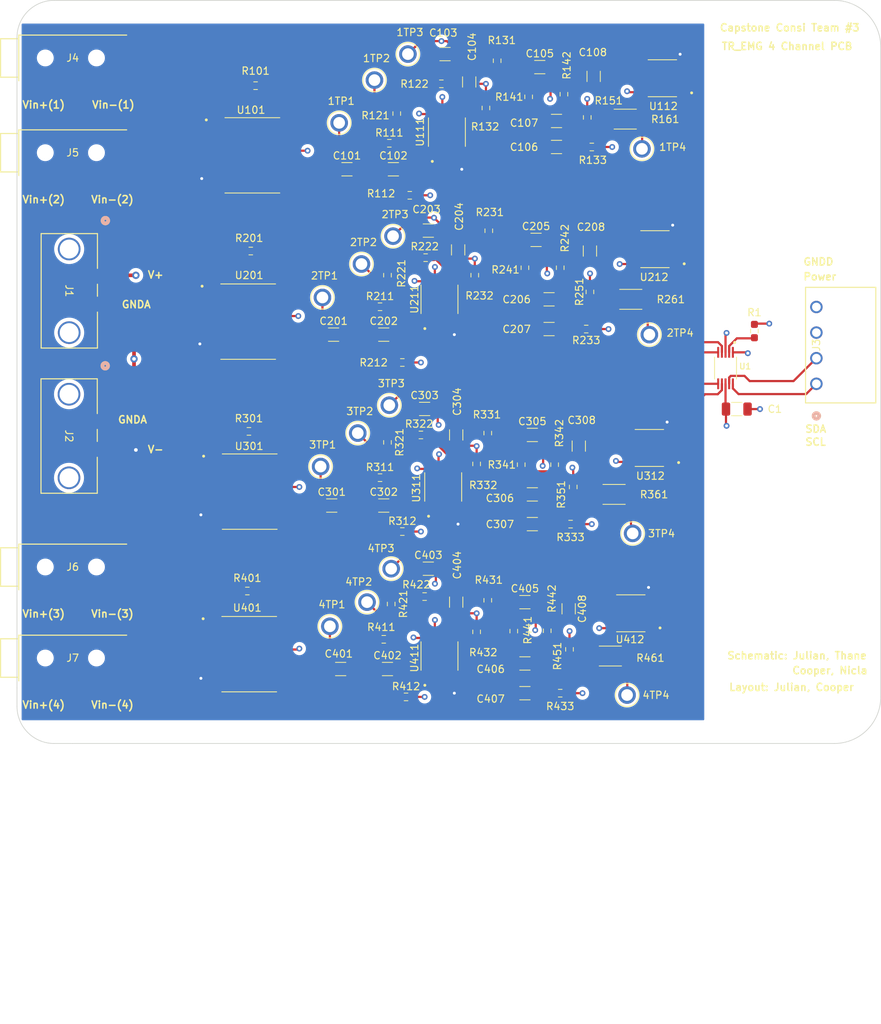
<source format=kicad_pcb>
(kicad_pcb (version 20221018) (generator pcbnew)
  (layers (0 "F.Cu" signal) (1 "In1.Cu" signal) (2 "In2.Cu" signal) (31 "B.Cu" signal) (34 "B.Paste" user) (35 "F.Paste" user) (36 "B.SilkS" user "B.Silkscreen") (37 "F.SilkS" user "F.Silkscreen") (38 "B.Mask" user) (39 "F.Mask" user) (44 "Edge.Cuts" user))
  (net 0 "")
  (net 1 "/Filter1/2nd Band Pass Filter (5 - 500 Hz)/Vin")
  (net 2 "Net-(U111--INA)")
  (net 3 "/Filter1/2nd Band Pass Filter (5 - 500 Hz)/Vout")
  (net 4 "/Filter2/2nd Band Pass Filter (5 - 500 Hz)/Vin")
  (net 5 "Net-(U211--INA)")
  (net 6 "/Filter2/2nd Band Pass Filter (5 - 500 Hz)/Vout")
  (net 7 "/Filter3/2nd Band Pass Filter (5 - 500 Hz)/Vin")
  (net 8 "Net-(U311--INA)")
  (net 9 "/Filter3/2nd Band Pass Filter (5 - 500 Hz)/Vout")
  (net 10 "/Filter4/2nd Band Pass Filter (5 - 500 Hz)/Vin")
  (net 11 "Net-(U411--INA)")
  (net 12 "/Filter4/2nd Band Pass Filter (5 - 500 Hz)/Vout")
  (net 13 "GNDD")
  (net 14 "/ADC/Power")
  (net 15 "Net-(C101-Pad2)")
  (net 16 "Net-(U111-+INA)")
  (net 17 "Net-(C103-Pad1)")
  (net 18 "Net-(U111-+INB)")
  (net 19 "GNDA")
  (net 20 "Net-(C105-Pad2)")
  (net 21 "Net-(C106-Pad1)")
  (net 22 "Net-(C106-Pad2)")
  (net 23 "Net-(U112-+INA)")
  (net 24 "Net-(C201-Pad2)")
  (net 25 "Net-(U211-+INA)")
  (net 26 "Net-(C203-Pad1)")
  (net 27 "Net-(U211-+INB)")
  (net 28 "Net-(C205-Pad2)")
  (net 29 "Net-(C206-Pad1)")
  (net 30 "Net-(C206-Pad2)")
  (net 31 "Net-(U212-+INA)")
  (net 32 "Net-(C301-Pad2)")
  (net 33 "Net-(U311-+INA)")
  (net 34 "Net-(C303-Pad1)")
  (net 35 "Net-(U311-+INB)")
  (net 36 "Net-(C305-Pad2)")
  (net 37 "Net-(C306-Pad1)")
  (net 38 "Net-(C306-Pad2)")
  (net 39 "Net-(U312-+INA)")
  (net 40 "Net-(C401-Pad2)")
  (net 41 "Net-(U411-+INA)")
  (net 42 "Net-(C403-Pad1)")
  (net 43 "Net-(U411-+INB)")
  (net 44 "Net-(C405-Pad2)")
  (net 45 "Net-(C406-Pad1)")
  (net 46 "Net-(C406-Pad2)")
  (net 47 "Net-(U412-+INA)")
  (net 48 "V+")
  (net 49 "V-")
  (net 50 "/ADC/SDA")
  (net 51 "/ADC/SCL")
  (net 52 "Vin-(1)")
  (net 54 "Vin+(1)")
  (net 55 "Vin-(2)")
  (net 57 "Vin+(2)")
  (net 58 "Vin-(3)")
  (net 60 "Vin+(3)")
  (net 61 "Vin-(4)")
  (net 63 "Vin+(4)")
  (net 64 "Net-(U1-ALERT{slash}RDY)")
  (net 65 "Net-(U101-G_SEN1)")
  (net 66 "Net-(U101-G_SEN2)")
  (net 67 "Net-(U111--INB)")
  (net 68 "Net-(U201-G_SEN1)")
  (net 69 "Net-(U201-G_SEN2)")
  (net 70 "Net-(U211--INB)")
  (net 71 "Net-(U301-G_SEN1)")
  (net 72 "Net-(U301-G_SEN2)")
  (net 73 "Net-(U311--INB)")
  (net 74 "Net-(U401-G_SEN1)")
  (net 75 "Net-(U401-G_SEN2)")
  (net 76 "Net-(U411--INB)")
  (net 77 "/ADC/AIN0")
  (net 78 "/ADC/AIN1")
  (net 79 "/ADC/AIN2")
  (net 80 "/ADC/AIN3")
  (footprint "Resistor_SMD:R_2010_5025Metric" (layer "F.Cu") (at 170.5483 105.644298)
    (fp_text reference "R361")
    (fp_text value "150")
  )
  (footprint "Resistor_SMD:R_0603_1608Metric_Pad0.98x0.95mm_HandSolder" (layer "F.Cu") (at 164.6028 109.708298 180)
    (fp_text reference "R333")
    (fp_text value "100k")
  )
  (footprint "Resistor_SMD:R_0603_1608Metric_Pad0.98x0.95mm_HandSolder" (layer "F.Cu") (at 153.2763 97.262298 90)
    (fp_text reference "R331")
    (fp_text value "1k")
  )
  (footprint "Capacitor_SMD:C_1206_3216Metric" (layer "F.Cu") (at 161.6583 78.974298 180)
    (fp_text reference "C206")
    (fp_text value "0.1u")
  )
  (footprint "Resistor_SMD:R_0603_1608Metric_Pad0.98x0.95mm_HandSolder" (layer "F.Cu") (at 138.5443 103.358298)
    (fp_text reference "R311")
    (fp_text value "330k")
  )
  (footprint "footprints:TP_5012" (layer "F.Cu") (at 131.6863 123.678298)
    (fp_text reference "4TP1")
    (fp_text value "5012")
  )
  (footprint "footprints:TP_5012" (layer "F.Cu") (at 136.0043 74.148298)
    (fp_text reference "2TP2")
    (fp_text value "5012")
  )
  (footprint "footprints:LT-SOIC127P599X175-8N" (layer "F.Cu") (at 177.1533 48.748298 180)
    (fp_text reference "U112")
    (fp_text value "LT1169CS8-PBF")
  )
  (footprint "footprints:LT-SOIC127P599X175-8N" (layer "F.Cu") (at 176.1363 72.116298 180)
    (fp_text reference "U212")
    (fp_text value "LT1169CS8-PBF")
  )
  (footprint "Capacitor_SMD:C_1206_3216Metric" (layer "F.Cu") (at 159.3723 109.708298 180)
    (fp_text reference "C307")
    (fp_text value "0.1u")
  )
  (footprint "Resistor_SMD:R_0603_1608Metric_Pad0.98x0.95mm_HandSolder" (layer "F.Cu") (at 151.7523 124.440298 90)
    (fp_text reference "R432")
    (fp_text value "1k")
  )
  (footprint "footprints:INA-SOIC127P1030X265-16N" (layer "F.Cu") (at 120.5103 82.022298)
    (fp_text reference "U201")
    (fp_text value "INA115BU")
  )
  (footprint "Resistor_SMD:R_0603_1608Metric_Pad0.98x0.95mm_HandSolder" (layer "F.Cu") (at 140.8303 53.574298 -90)
    (fp_text reference "R121")
    (fp_text value "3.3k")
  )
  (footprint "Capacitor_SMD:C_1206_3216Metric" (layer "F.Cu") (at 158.3563 120.376298)
    (fp_text reference "C405")
    (fp_text value "0.1u")
  )
  (footprint "Resistor_SMD:R_0603_1608Metric_Pad0.98x0.95mm_HandSolder" (layer "F.Cu") (at 120.6153 97.028)
    (fp_text reference "R301")
    (fp_text value "100")
  )
  (footprint "footprints:LT-SOIC127P599X175-8N" (layer "F.Cu") (at 175.3743 99.294298 180)
    (fp_text reference "U312")
    (fp_text value "LT1169CS8-PBF")
  )
  (footprint "footprints:LT-SOIC127P599X175-8N" (layer "F.Cu") (at 172.8343 121.900298 180)
    (fp_text reference "U412")
    (fp_text value "LT1169CS8-PBF")
  )
  (footprint "Resistor_SMD:R_0603_1608Metric_Pad0.98x0.95mm_HandSolder" (layer "F.Cu") (at 153.0233 52.812298 90)
    (fp_text reference "R132")
    (fp_text value "1k")
  )
  (footprint "Capacitor_SMD:C_1206_3216Metric" (layer "F.Cu") (at 162.6753 54.590298 180)
    (fp_text reference "C107")
    (fp_text value "0.1u")
  )
  (footprint "footprints:CONN_1844236_PXC" (layer "F.Cu") (at 198.21271 90.522898 90)
    (fp_text reference "J3")
    (fp_text value "1844236")
  )
  (footprint "Resistor_SMD:R_0603_1608Metric_Pad0.98x0.95mm_HandSolder" (layer "F.Cu") (at 144.1323 97.516298)
    (fp_text reference "R322")
    (fp_text value "3.3k")
  )
  (footprint "Resistor_SMD:R_0603_1608Metric_Pad0.98x0.95mm_HandSolder" (layer "F.Cu") (at 163.6913 50.930798 90)
    (fp_text reference "R142")
    (fp_text value "26.7k")
  )
  (footprint "Resistor_SMD:R_0603_1608Metric_Pad0.98x0.95mm_HandSolder" (layer "F.Cu") (at 144.6403 119.614298)
    (fp_text reference "R422")
    (fp_text value "3.3k")
  )
  (footprint "Resistor_SMD:R_0603_1608Metric_Pad0.98x0.95mm_HandSolder" (layer "F.Cu") (at 120.3983 118.852298)
    (fp_text reference "R401")
    (fp_text value "100")
  )
  (footprint "Capacitor_SMD:C_1206_3216Metric" (layer "F.Cu") (at 159.8803 70.846298)
    (fp_text reference "C205")
    (fp_text value "0.1u")
  )
  (footprint "footprints:INA-SOIC127P1030X265-16N" (layer "F.Cu") (at 120.6523 127.488298)
    (fp_text reference "U401")
    (fp_text value "INA115BU")
  )
  (footprint "Resistor_SMD:R_0603_1608Metric_Pad0.98x0.95mm_HandSolder" (layer "F.Cu") (at 151.7523 101.476798 90)
    (fp_text reference "R332")
    (fp_text value "1k")
  )
  (footprint "Resistor_SMD:R_0603_1608Metric_Pad0.98x0.95mm_HandSolder" (layer "F.Cu") (at 138.5443 79.990298)
    (fp_text reference "R211")
    (fp_text value "330k")
  )
  (footprint "Capacitor_SMD:C_1206_3216Metric" (layer "F.Cu") (at 148.9583 97.516298 -90)
    (fp_text reference "C304")
    (fp_text value "0.1u")
  )
  (footprint "Resistor_SMD:R_2010_5025Metric" (layer "F.Cu") (at 172.0733 54.336298)
    (fp_text reference "R161")
    (fp_text value "150")
  )
  (footprint "footprints:TP_5012" (layer "F.Cu") (at 130.6703 78.720298)
    (fp_text reference "2TP1")
    (fp_text value "5012")
  )
  (footprint "footprints:TP_5012" (layer "F.Cu") (at 132.9563 54.844298)
    (fp_text reference "1TP1")
    (fp_text value "5012")
  )
  (footprint "Capacitor_SMD:C_1206_3216Metric" (layer "F.Cu") (at 145.1483 69.576298)
    (fp_text reference "C203")
    (fp_text value "0.1u")
  )
  (footprint "Capacitor_SMD:C_1206_3216Metric" (layer "F.Cu") (at 158.3563 128.758298 180)
    (fp_text reference "C406")
    (fp_text value "0.1u")
  )
  (footprint "footprints:CONN_MJ-3523_CUD_CtYrd" (layer "F.Cu") (at 96.52 45.974)
    (fp_text reference "J4")
    (fp_text value "MJ-3523-SMT-TR")
  )
  (footprint "Resistor_SMD:R_0603_1608Metric_Pad0.98x0.95mm_HandSolder" (layer "F.Cu") (at 142.1003 133.330298)
    (fp_text reference "R412")
    (fp_text value "330k")
  )
  (footprint "footprints:INA-SOIC127P1030X265-16N" (layer "F.Cu") (at 121.0863 59.289298)
    (fp_text reference "U101")
    (fp_text value "INA115BU")
  )
  (footprint "Resistor_SMD:R_0603_1608Metric_Pad0.98x0.95mm_HandSolder" (layer "F.Cu") (at 139.5603 98.532298 -90)
    (fp_text reference "R321")
    (fp_text value "3.3k")
  )
  (footprint "Capacitor_SMD:C_1206_3216Metric" (layer "F.Cu") (at 133.1613 129.520298)
    (fp_text reference "C401")
    (fp_text value "0.1u")
  )
  (footprint "footprints:CONN_1727230_PXC" (layer "F.Cu") (at 100.9874 75.82662 -90)
    (fp_text reference "J1")
    (fp_text value "1727230")
  )
  (footprint "Resistor_SMD:R_0603_1608Metric_Pad0.98x0.95mm_HandSolder" (layer "F.Cu") (at 144.78 73.279)
    (fp_text reference "R222")
    (fp_text value "3.3k")
  )
  (footprint "Resistor_SMD:R_0603_1608Metric_Pad0.98x0.95mm_HandSolder" (layer "F.Cu") (at 142.6083 64.750298)
    (fp_text reference "R112")
    (fp_text value "330k")
  )
  (footprint "Resistor_SMD:R_0603_1608Metric_Pad0.98x0.95mm_HandSolder" (layer "F.Cu") (at 140.0683 120.630298 -90)
    (fp_text reference "R421")
    (fp_text value "3.3k")
  )
  (footprint "Resistor_SMD:R_0603_1608Metric_Pad0.98x0.95mm_HandSolder" (layer "F.Cu") (at 163.1823 132.822298 180)
    (fp_text reference "R433")
    (fp_text value "100k")
  )
  (footprint "Resistor_SMD:R_0603_1608Metric_Pad0.98x0.95mm_HandSolder" (layer "F.Cu") (at 161.4043 124.289798 90)
    (fp_text reference "R442")
    (fp_text value "26.7k")
  )
  (footprint "Resistor_SMD:R_0603_1608Metric_Pad0.98x0.95mm_HandSolder" (layer "F.Cu") (at 139.0523 125.456298)
    (fp_text reference "R411")
    (fp_text value "330k")
  )
  (footprint "footprints:LT-SOIC127P599X175-8N" (layer "F.Cu") (at 147.1803 104.628298 90)
    (fp_text reference "U311")
    (fp_text value "LT1169CS8-PBF")
  )
  (footprint "footprints:TP_5012" (layer "F.Cu") (at 173.0883 110.978298)
    (fp_text reference "3TP4")
    (fp_text value "5012")
  )
  (footprint "footprints:TP_5012" (layer "F.Cu") (at 130.4163 101.834298)
    (fp_text reference "3TP1")
    (fp_text value "5012")
  )
  (footprint "Resistor_SMD:R_0603_1608Metric_Pad0.98x0.95mm_HandSolder" (layer "F.Cu") (at 167.5013 58.146298 180)
    (fp_text reference "R133")
    (fp_text value "100k")
  )
  (footprint "Resistor_SMD:R_2010_5025Metric" (layer "F.Cu") (at 172.8343 78.974298)
    (fp_text reference "R261")
    (fp_text value "150")
  )
  (footprint "footprints:TP_5012" (layer "F.Cu") (at 136.7663 120.376298)
    (fp_text reference "4TP2")
    (fp_text value "5012")
  )
  (footprint "footprints:CONN_MJ-3523_CUD_CtYrd" (layer "F.Cu") (at 96.52 128.016)
    (fp_text reference "J7")
    (fp_text value "MJ-3523-SMT-TR")
  )
  (footprint "Capacitor_SMD:C_1206_3216Metric" (layer "F.Cu") (at 160.3893 47.224298)
    (fp_text reference "C105")
    (fp_text value "0.1u")
  )
  (footprint "footprints:CONN_MJ-3523_CUD_CtYrd" (layer "F.Cu") (at 96.52 58.928)
    (fp_text reference "J5")
    (fp_text value "MJ-3523-SMT-TR")
  )
  (footprint "Resistor_SMD:R_0603_1608Metric_Pad0.98x0.95mm_HandSolder" (layer "F.Cu") (at 189.738 83.312 -90)
    (fp_text reference "R1")
    (fp_text value "1k")
  )
  (footprint "Resistor_SMD:R_0603_1608Metric_Pad0.98x0.95mm_HandSolder" (layer "F.Cu") (at 154.559 46.355 90)
    (fp_text reference "R131")
    (fp_text value "1k")
  )
  (footprint "Capacitor_SMD:C_1206_3216Metric" (layer "F.Cu") (at 159.3723 97.516298)
    (fp_text reference "C305")
    (fp_text value "0.1u")
  )
  (footprint "footprints:INA-SOIC127P1030X265-16N" (layer "F.Cu") (at 120.7203 105.263298)
    (fp_text reference "U301")
    (fp_text value "INA115BU")
  )
  (footprint "footprints:TP_5012" (layer "F.Cu") (at 175.3743 83.800298)
    (fp_text reference "2TP4")
    (fp_text value "5012")
  )
  (footprint "Resistor_SMD:R_0603_1608Metric_Pad0.98x0.95mm_HandSolder" (layer "F.Cu") (at 167.2463 77.958298 90)
    (fp_text reference "R251")
    (fp_text value "13k")
  )
  (footprint "Capacitor_SMD:C_1206_3216Metric" (layer "F.Cu") (at 139.0523 83.800298)
    (fp_text reference "C202")
    (fp_text value "0.1u")
  )
  (footprint "Capacitor_SMD:C_1206_3216Metric" (layer "F.Cu") (at 132.1943 83.800298)
    (fp_text reference "C201")
    (fp_text value "0.1u")
  )
  (footprint "Resistor_SMD:R_0603_1608Metric_Pad0.98x0.95mm_HandSolder" (layer "F.Cu") (at 139.8143 57.638298)
    (fp_text reference "R111")
    (fp_text value "330k")
  )
  (footprint "Capacitor_SMD:C_1206_3216Metric" (layer "F.Cu") (at 134.0213 61.194298)
    (fp_text reference "C101")
    (fp_text value "0.1u")
  )
  (footprint "Resistor_SMD:R_0603_1608Metric_Pad0.98x0.95mm_HandSolder" (layer "F.Cu") (at 120.8678 72.370298)
    (fp_text reference "R201")
    (fp_text value "100")
  )
  (footprint "Capacitor_SMD:C_1206_3216Metric" (layer "F.Cu") (at 140.3713 61.194298)
    (fp_text reference "C102")
    (fp_text value "0.1u")
  )
  (footprint "Capacitor_SMD:C_1206_3216Metric" (layer "F.Cu") (at 139.0523 107.168298)
    (fp_text reference "C302")
    (fp_text value "0.1u")
  )
  (footprint "Capacitor_SMD:C_1206_3216Metric" (layer "F.Cu") (at 149.225 72.214 -90)
    (fp_text reference "C204")
    (fp_text value "0.1u")
  )
  (footprint "Capacitor_SMD:C_1206_3216Metric" (layer "F.Cu") (at 161.6583 83.038298 180)
    (fp_text reference "C207")
    (fp_text value "0.1u")
  )
  (footprint "footprints:ADS-SOP50P490X110-10N" (layer "F.Cu") (at 185.7883 88.372298 -90)
    (fp_text reference "U1")
    (fp_text value "ADS1115IDGSR")
  )
  (footprint "Capacitor_SMD:C_1206_3216Metric" (layer "F.Cu") (at 158.3563 132.822298 180)
    (fp_text reference "C407")
    (fp_text value "0.1u")
  )
  (footprint "footprints:LT-SOIC127P599X175-8N" (layer "F.Cu") (at 146.6723 78.974298 90)
    (fp_text reference "U211")
    (fp_text value "LT1169CS8-PBF")
  )
  (footprint "footprints:CONN_1727230_PXC" (layer "F.Cu") (at 100.962 95.67672 -90)
    (fp_text reference "J2")
    (fp_text value "1727230")
  )
  (footprint "Capacitor_SMD:C_1206_3216Metric" (layer "F.Cu") (at 167.2463 72.370298 -90)
    (fp_text reference "C208")
    (fp_text value "0.1u")
  )
  (footprint "Resistor_SMD:R_0603_1608Metric_Pad0.98x0.95mm_HandSolder" (layer "F.Cu") (at 157.8483 101.580298 -90)
    (fp_text reference "R341")
    (fp_text value "26.7k")
  )
  (footprint "footprints:TP_5012" (layer "F.Cu") (at 140.0683 115.804298)
    (fp_text reference "4TP3")
    (fp_text value "5012")
  )
  (footprint "Resistor_SMD:R_0603_1608Metric_Pad0.98x0.95mm_HandSolder" (layer "F.Cu") (at 164.9603 104.628298 90)
    (fp_text reference "R351")
    (fp_text value "13k")
  )
  (footprint "Resistor_SMD:R_0603_1608Metric_Pad0.98x0.95mm_HandSolder" (layer "F.Cu") (at 146.9273 49.510298)
    (fp_text reference "R122")
    (fp_text value "3.3k")
  )
  (footprint "Resistor_SMD:R_0603_1608Metric_Pad0.98x0.95mm_HandSolder" (layer "F.Cu") (at 141.5923 110.724298)
    (fp_text reference "R312")
    (fp_text value "330k")
  )
  (footprint "footprints:TP_5012" (layer "F.Cu") (at 135.4963 97.262298)
    (fp_text reference "3TP2")
    (fp_text value "5012")
  )
  (footprint "Capacitor_SMD:C_1206_3216Metric" (layer "F.Cu") (at 147.4353 45.446298)
    (fp_text reference "C103")
    (fp_text value "0.1u")
  )
  (footprint "Resistor_SMD:R_2010_5025Metric" (layer "F.Cu") (at 170.0403 127.742298)
    (fp_text reference "R461")
    (fp_text value "150")
  )
  (footprint "Resistor_SMD:R_0603_1608Metric_Pad0.98x0.95mm_HandSolder" (layer "F.Cu") (at 166.7383 83.038298 180)
    (fp_text reference "R233")
    (fp_text value "100k")
  )
  (footprint "footprints:LT-SOIC127P599X175-8N" (layer "F.Cu") (at 147.6893 56.114298 90)
    (fp_text reference "U111")
    (fp_text value "LT1169CS8-PBF")
  )
  (footprint "Capacitor_SMD:C_1206_3216Metric" (layer "F.Cu") (at 162.6753 58.146298 180)
    (fp_text reference "C106")
    (fp_text value "0.1u")
  )
  (footprint "Capacitor_SMD:C_1206_3216Metric" (layer "F.Cu") (at 164.338 121.285 -90)
    (fp_text reference "C408")
    (fp_text value "0.1u")
  )
  (footprint "Resistor_SMD:R_0603_1608Metric_Pad0.98x0.95mm_HandSolder" (layer "F.Cu") (at 156.8323 124.336798 -90)
    (fp_text reference "R441")
    (fp_text value "26.7k")
  )
  (footprint "Capacitor_SMD:C_1206_3216Metric" (layer "F.Cu") (at 165.7223 99.040298 -90)
    (fp_text reference "C308")
    (fp_text value "0.1u")
  )
  (footprint "Capacitor_SMD:C_1206_3216Metric" (layer "F.Cu") (at 139.5603 129.520298)
    (fp_text reference "C402")
    (fp_text value "0.1u")
  )
  (footprint "Capacitor_SMD:C_1206_3216Metric" (layer "F.Cu") (at 145.1483 115.804298)
    (fp_text reference "C403")
    (fp_text value "0.1u")
  )
  (footprint "Resistor_SMD:R_0603_1608Metric_Pad0.98x0.95mm_HandSolder" (layer "F.Cu") (at 153.2763 120.122298 90)
    (fp_text reference "R431")
    (fp_text value "1k")
  )
  (footprint "Capacitor_SMD:C_1206_3216Metric" (layer "F.Cu") (at 148.9583 120.376298 -90)
    (fp_text reference "C404")
    (fp_text value "0.1u")
  )
  (footprint "Resistor_SMD:R_0603_1608Metric_Pad0.98x0.95mm_HandSolder" (layer "F.Cu") (at 162.4203 101.580298 90)
    (fp_text reference "R342")
    (fp_text value "26.7k")
  )
  (footprint "Resistor_SMD:R_0603_1608Metric_Pad0.98x0.95mm_HandSolder" (layer "F.Cu") (at 139.5603 75.672298 -90)
    (fp_text reference "R221")
    (fp_text value "3.3k")
  )
  (footprint "Resistor_SMD:R_0603_1608Metric_Pad0.98x0.95mm_HandSolder" (layer "F.Cu") (at 163.1823 74.656298 90)
    (fp_text reference "R242")
    (fp_text value "26.7k")
  )
  (footprint "Resistor_SMD:R_0603_1608Metric_Pad0.98x0.95mm_HandSolder" (layer "F.Cu") (at 153.416 69.596 90)
    (fp_text reference "R231")
    (fp_text value "1k")
  )
  (footprint "Capacitor_SMD:C_1206_3216Metric" (layer "F.Cu") (at 150.7373 49.256298 -90)
    (fp_text reference "C104")
    (fp_text value "0.1u")
  )
  (footprint "Resistor_SMD:R_0603_1608Metric_Pad0.98x0.95mm_HandSolder" (layer "F.Cu") (at 158.8653 51.288298 -90)
    (fp_text reference "R141")
    (fp_text value "26.7k")
  )
  (footprint "Capacitor_SMD:C_1206_3216Metric" (layer "F.Cu") (at 187.325 93.98 180)
    (fp_text reference "C1")
    (fp_text value "0.1 u")
  )
  (footprint "footprints:TP_5012" (layer "F.Cu") (at 174.3593 58.400298)
    (fp_text reference "1TP4")
    (fp_text value "5012")
  )
  (footprint "footprints:TP_5012" (layer "F.Cu") (at 140.3223 70.338298)
    (fp_text reference "2TP3")
    (fp_text value "5012")
  )
  (footprint "Capacitor_SMD:C_1206_3216Metric" (layer "F.Cu") (at 144.6403 93.960298)
    (fp_text reference "C303")
    (fp_text value "0.1u")
  )
  (footprint "footprints:TP_5012" (layer "F.Cu") (at 172.3263 133.076298)
    (fp_text reference "4TP4")
    (fp_text value "5012")
  )
  (footprint "Capacitor_SMD:C_1206_3216Metric" (layer "F.Cu") (at 159.3723 105.644298 180)
    (fp_text reference "C306")
    (fp_text value "0.1u")
  )
  (footprint "footprints:TP_5012" (layer "F.Cu") (at 137.7823 49.002298)
    (fp_text reference "1TP2")
    (fp_text value "5012")
  )
  (footprint "footprints:TP_5012" (layer "F.Cu") (at 142.3543 45.446298)
    (fp_text reference "1TP3")
    (fp_text value "5012")
  )
  (footprint "Resistor_SMD:R_0603_1608Metric_Pad0.98x0.95mm_HandSolder" (layer "F.Cu") (at 141.5923 87.610298)
    (fp_text reference "R212")
    (fp_text value "330k")
  )
  (footprint "footprints:LT-SOIC127P599X175-8N" (layer "F.Cu") (at 146.6723 127.742298 90)
    (fp_text reference "U411")
    (fp_text value "LT1169CS8-PBF")
  )
  (footprint "Resistor_SMD:R_0603_1608Metric_Pad0.98x0.95mm_HandSolder" (layer "F.Cu") (at 151.4983 75.672298 90)
    (fp_text reference "R232")
    (fp_text value "1k")
  )
  (footprint "Capacitor_SMD:C_1206_3216Metric" (layer "F.Cu") (at 167.7553 48.494298 -90)
    (fp_text reference "C108")
    (fp_text value "0.1u")
  )
  (footprint "Resistor_SMD:R_0603_1608Metric_Pad0.98x0.95mm_HandSolder" (layer "F.Cu") (at 121.5263 49.764298)
    (fp_text reference "R101")
    (fp_text value "100")
  )
  (footprint "Resistor_SMD:R_0603_1608Metric_Pad0.98x0.95mm_HandSolder" (layer "F.Cu") (at 166.878 54.102 90)
    (fp_text reference "R151")
    (fp_text value "13k")
  )
  (footprint "Resistor_SMD:R_0603_1608Metric_Pad0.98x0.95mm_HandSolder" (layer "F.Cu") (at 164.4523 126.829798 90)
    (fp_text reference "R451")
    (fp_text value "13k")
  )
  (footprint "footprints:TP_5012" (layer "F.Cu") (at 139.8143 93.452298)
    (fp_text reference "3TP3")
    (fp_text value "5012")
  )
  (footprint "Capacitor_SMD:C_1206_3216Metric" (layer "F.Cu") (at 131.9403 107.168298)
    (fp_text reference "C301")
    (fp_text value "0.1u")
  )
  (footprint "footprints:CONN_MJ-3523_CUD_CtYrd" (layer "F.Cu") (at 96.52 115.57)
    (fp_text reference "J6")
    (fp_text value "MJ-3523-SMT-TR")
  )
  (footprint "Resistor_SMD:R_0603_1608Metric_Pad0.98x0.95mm_HandSolder" (layer "F.Cu") (at 158.3563 74.656298 -90)
    (fp_text reference "R241")
    (fp_text value "26.7k")
  )
  (gr_line (start 207.01 44.45) (end 207.01 133.35) (stroke (width 0.1)) (layer "Edge.Cuts"))
  (gr_arc (start 93.98 139.7) (mid 90.387898 138.212102) (end 88.9 134.62) (stroke (width 0.1)) (layer "Edge.Cuts"))
  (gr_arc (start 200.66 38.1) (mid 205.150128 39.959872) (end 207.01 44.45) (stroke (width 0.1)) (layer "Edge.Cuts"))
  (gr_arc (start 207.01 133.35) (mid 205.150128 137.840128) (end 200.66 139.7) (stroke (width 0.1)) (layer "Edge.Cuts"))
  (gr_line (start 200.66 38.1) (end 93.98 38.1) (stroke (width 0.1)) (layer "Edge.Cuts"))
  (gr_line (start 96.52 139.7) (end 93.98 139.7) (stroke (width 0.1)) (layer "Edge.Cuts"))
  (gr_line (start 88.9 132.08) (end 88.9 134.62) (stroke (width 0.1)) (layer "Edge.Cuts"))
  (gr_arc (start 88.9 43.18) (mid 90.387898 39.587898) (end 93.98 38.1) (stroke (width 0.1)) (layer "Edge.Cuts"))
  (gr_line (start 200.66 139.7) (end 96.52 139.7) (stroke (width 0.1)) (layer "Edge.Cuts"))
  (gr_line (start 88.9 43.18) (end 88.9 132.08) (stroke (width 0.1)) (layer "Edge.Cuts"))
  (gr_text "Vin-(3)" (at 98.935 122.555) (layer "F.SilkS") (effects (font (size 1 1) (thickness 0.2) bold) (justify left bottom)))
  (gr_text "Vin-(2)" (at 98.935 65.913) (layer "F.SilkS") (effects (font (size 1 1) (thickness 0.2) bold) (justify left bottom)))
  (gr_text "Vin-(1)" (at 99.062 52.959) (layer "F.SilkS") (effects (font (size 1 1) (thickness 0.2) bold) (justify left bottom)))
  (gr_text "Layout: Julian, Cooper" (at 186.182 132.588) (layer "F.SilkS") (effects (font (size 1 1) (thickness 0.2) bold) (justify left bottom)))
  (gr_text "GNDA" (at 102.616 96.012) (layer "F.SilkS") (effects (font (size 1 1) (thickness 0.2) bold) (justify left bottom)))
  (gr_text "Schematic: Julian, Thane" (at 185.928 128.27) (layer "F.SilkS") (effects (font (size 1 1) (thickness 0.2) bold) (justify left bottom)))
  (gr_text "Vin+(2)" (at 89.535 65.913) (layer "F.SilkS") (effects (font (size 1 1) (thickness 0.2) bold) (justify left bottom)))
  (gr_text "Power" (at 196.342 76.454) (layer "F.SilkS") (effects (font (size 1 1) (thickness 0.2) bold) (justify left bottom)))
  (gr_text "Vin+(3)" (at 89.535 122.555) (layer "F.SilkS") (effects (font (size 1 1) (thickness 0.2) bold) (justify left bottom)))
  (gr_text "SCL" (at 196.596 99.06) (layer "F.SilkS") (effects (font (size 1 1) (thickness 0.2) bold) (justify left bottom)))
  (gr_text "GNDA" (at 103.124 80.264) (layer "F.SilkS") (effects (font (size 1 1) (thickness 0.2) bold) (justify left bottom)))
  (gr_text "GNDD" (at 196.342 74.422) (layer "F.SilkS") (effects (font (size 1 1) (thickness 0.2) bold) (justify left bottom)))
  (gr_text "Capstone Consi Team #3" (at 184.912 42.418) (layer "F.SilkS") (effects (font (size 1 1) (thickness 0.2) bold) (justify left bottom)))
  (gr_text "TR_EMG 4 Channel PCB" (at 185.166 44.958) (layer "F.SilkS") (effects (font (size 1 1) (thickness 0.2) bold) (justify left bottom)))
  (gr_text "Vin+(1)" (at 89.535 52.959) (layer "F.SilkS") (effects (font (size 1 1) (thickness 0.2) bold) (justify left bottom)))
  (gr_text "V-" (at 106.68 100.076) (layer "F.SilkS") (effects (font (size 1 1) (thickness 0.2) bold) (justify left bottom)))
  (gr_text "Vin+(4)" (at 89.535 135.001) (layer "F.SilkS") (effects (font (size 1 1) (thickness 0.2) bold) (justify left bottom)))
  (gr_text "Cooper, Nicla" (at 194.818 130.302) (layer "F.SilkS") (effects (font (size 1 1) (thickness 0.2) bold) (justify left bottom)))
  (gr_text "SDA" (at 196.596 97.282) (layer "F.SilkS") (effects (font (size 1 1) (thickness 0.2) bold) (justify left bottom)))
  (gr_text "Vin-(4)" (at 98.935 135.001) (layer "F.SilkS") (effects (font (size 1 1) (thickness 0.2) bold) (justify left bottom)))
  (gr_text "V+" (at 106.68 76.2) (layer "F.SilkS") (effects (font (size 1 1) (thickness 0.2) bold) (justify left bottom)))
  (segment (start 132.5463 61.194298) (end 125.7263 61.194298) (width 0.3) (layer "F.Cu") (net 1))
  (segment (start 132.9563 54.844298) (end 132.9563 60.784298) (width 0.3) (layer "F.Cu") (net 1))
  (segment (start 125.7263 59.924298) (end 125.7263 61.194298) (width 0.3) (layer "F.Cu") (net 1))
  (segment (start 132.9563 60.784298) (end 132.5463 61.194298) (width 0.3) (layer "F.Cu") (net 1))
  (segment (start 140.8303 57.534798) (end 140.7268 57.638298) (width 0.3) (layer "F.Cu") (net 2))
  (segment (start 140.8303 54.486798) (end 140.8303 57.534798) (width 0.3) (layer "F.Cu") (net 2))
  (segment (start 137.7823 51.438798) (end 137.7823 49.002298) (width 0.3) (layer "F.Cu") (net 2))
  (segment (start 144.8383 57.638298) (end 145.7843 58.584298) (width 0.3) (layer "F.Cu") (net 2))
  (segment (start 147.0543 58.584298) (end 145.7843 58.584298) (width 0.3) (layer "F.Cu") (net 2))
  (segment (start 144.8383 57.638298) (end 140.7268 57.638298) (width 0.3) (layer "F.Cu") (net 2))
  (segment (start 140.8303 54.486798) (end 137.7823 51.438798) (width 0.3) (layer "F.Cu") (net 2))
  (segment (start 147.066 53.632598) (end 147.0543 53.644298) (width 0.3) (layer "F.Cu") (net 3))
  (segment (start 147.1323 53.566298) (end 147.0543 53.644298) (width 0.3) (layer "F.Cu") (net 3))
  (segment (start 158.9143 50.326798) (end 158.8653 50.375798) (width 0.3) (layer "F.Cu") (net 3))
  (segment (start 147.681298 43.668298) (end 144.1323 43.668298) (width 0.3) (layer "F.Cu") (net 3))
  (segment (start 154.559 45.4425) (end 157.132502 45.4425) (width 0.3) (layer "F.Cu") (net 3))
  (segment (start 144.1323 43.668298) (end 142.3543 45.446298) (width 0.3) (layer "F.Cu") (net 3))
  (segment (start 158.9143 47.224298) (end 158.9143 50.326798) (width 0.3) (layer "F.Cu") (net 3))
  (segment (start 154.559 45.4425) (end 148.914098 45.4425) (width 0.3) (layer "F.Cu") (net 3))
  (segment (start 148.9103 44.8973) (end 147.681298 43.668298) (width 0.3) (layer "F.Cu") (net 3))
  (segment (start 148.914098 45.4425) (end 148.9103 45.446298) (width 0.3) (layer "F.Cu") (net 3))
  (segment (start 148.9103 45.446298) (end 148.9103 44.8973) (width 0.3) (layer "F.Cu") (net 3))
  (segment (start 157.132502 45.4425) (end 158.9143 47.224298) (width 0.3) (layer "F.Cu") (net 3))
  (segment (start 147.066 51.308) (end 147.066 53.632598) (width 0.3) (layer "F.Cu") (net 3))
  (via (at 146.939 43.668298) (size 0.8) (drill 0.4) (layers "F.Cu" "B.Cu") (net 3))
  (via (at 147.066 51.308) (size 0.8) (drill 0.4) (layers "F.Cu" "B.Cu") (net 3))
  (segment (start 130.6703 78.720298) (end 130.6703 83.751298) (width 0.3) (layer "F.Cu") (net 4))
  (segment (start 130.6703 83.751298) (end 130.7193 83.800298) (width 0.3) (layer "F.Cu") (net 4))
  (segment (start 130.5923 83.927298) (end 130.7193 83.800298) (width 0.3) (layer "F.Cu") (net 4))
  (segment (start 125.1503 83.927298) (end 130.5923 83.927298) (width 0.3) (layer "F.Cu") (net 4))
  (segment (start 125.1503 82.657298) (end 125.1503 83.927298) (width 0.3) (layer "F.Cu") (net 4))
  (segment (start 139.4568 76.688298) (end 139.5603 76.584798) (width 0.3) (layer "F.Cu") (net 5))
  (segment (start 139.4568 79.990298) (end 143.3133 79.990298) (width 0.3) (layer "F.Cu") (net 5))
  (segment (start 144.7673 81.444298) (end 146.0373 81.444298) (width 0.3) (layer "F.Cu") (net 5))
  (segment (start 139.5603 76.584798) (end 138.4408 76.584798) (width 0.3) (layer "F.Cu") (net 5))
  (segment (start 139.4568 79.990298) (end 139.4568 76.688298) (width 0.3) (layer "F.Cu") (net 5))
  (segment (start 143.3133 79.990298) (end 144.7673 81.444298) (width 0.3) (layer "F.Cu") (net 5))
  (segment (start 138.4408 76.584798) (end 136.0043 74.148298) (width 0.3) (layer "F.Cu") (net 5))
  (segment (start 153.416 68.6835) (end 152.8845 69.215) (width 0.3) (layer "F.Cu") (net 6))
  (segment (start 146.6233 68.5183) (end 146.6233 69.576298) (width 0.3) (layer "F.Cu") (net 6))
  (segment (start 158.4053 70.846298) (end 156.242502 68.6835) (width 0.3) (layer "F.Cu") (net 6))
  (segment (start 146.0373 74.5617) (end 146.05 74.549) (width 0.3) (layer "F.Cu") (net 6))
  (segment (start 142.8623 67.798298) (end 145.903298 67.798298) (width 0.3) (layer "F.Cu") (net 6))
  (segment (start 142.8623 67.798298) (end 140.3223 70.338298) (width 0.3) (layer "F.Cu") (net 6))
  (segment (start 146.984598 69.215) (end 146.6233 69.576298) (width 0.3) (layer "F.Cu") (net 6))
  (segment (start 158.4053 70.846298) (end 158.4053 73.694798) (width 0.3) (layer "F.Cu") (net 6))
  (segment (start 145.923 67.818) (end 146.6233 68.5183) (width 0.3) (layer "F.Cu") (net 6))
  (segment (start 145.903298 67.798298) (end 145.923 67.818) (width 0.3) (layer "F.Cu") (net 6))
  (segment (start 158.4053 73.694798) (end 158.3563 73.743798) (width 0.3) (layer "F.Cu") (net 6))
  (segment (start 146.0373 76.504298) (end 146.0373 74.5617) (width 0.3) (layer "F.Cu") (net 6))
  (segment (start 152.8845 69.215) (end 146.984598 69.215) (width 0.3) (layer "F.Cu") (net 6))
  (segment (start 156.242502 68.6835) (end 153.416 68.6835) (width 0.3) (layer "F.Cu") (net 6))
  (via (at 146.05 74.549) (size 0.8) (drill 0.4) (layers "F.Cu" "B.Cu") (net 6))
  (via (at 145.923 67.818) (size 0.8) (drill 0.4) (layers "F.Cu" "B.Cu") (net 6))
  (segment (start 130.4163 101.834298) (end 130.4163 107.119298) (width 0.3) (layer "F.Cu") (net 7))
  (segment (start 130.4653 107.168298) (end 125.3603 107.168298) (width 0.3) (layer "F.Cu") (net 7))
  (segment (start 130.4163 107.119298) (end 130.4653 107.168298) (width 0.3) (layer "F.Cu") (net 7))
  (segment (start 125.3603 105.898298) (end 125.3603 107.168298) (width 0.3) (layer "F.Cu") (net 7))
  (segment (start 139.4568 103.358298) (end 141.5353 103.358298) (width 0.3) (layer "F.Cu") (net 8))
  (segment (start 139.5603 99.444798) (end 137.6788 99.444798) (width 0.3) (layer "F.Cu") (net 8))
  (segment (start 141.5353 103.358298) (end 145.2753 107.098298) (width 0.3) (layer "F.Cu") (net 8))
  (segment (start 145.2753 107.098298) (end 146.5453 107.098298) (width 0.3) (layer "F.Cu") (net 8))
  (segment (start 139.5603 99.444798) (end 139.5603 103.254798) (width 0.3) (layer "F.Cu") (net 8))
  (segment (start 139.5603 103.254798) (end 139.4568 103.358298) (width 0.3) (layer "F.Cu") (net 8))
  (segment (start 137.6788 99.444798) (end 135.4963 97.262298) (width 0.3) (layer "F.Cu") (net 8))
  (segment (start 157.8973 97.516298) (end 157.8973 100.618798) (width 0.3) (layer "F.Cu") (net 9))
  (segment (start 150.8868 93.960298) (end 146.1153 93.960298) (width 0.3) (layer "F.Cu") (net 9))
  (segment (start 157.8973 97.226799) (end 157.063501 96.393) (width 0.3) (layer "F.Cu") (net 9))
  (segment (start 157.8973 100.618798) (end 157.8483 100.667798) (width 0.3) (layer "F.Cu") (net 9))
  (segment (start 146.1153 93.960298) (end 144.4073 92.252298) (width 0.3) (layer "F.Cu") (net 9))
  (segment (start 153.2763 96.349798) (end 150.8868 93.960298) (width 0.3) (layer "F.Cu") (net 9))
  (segment (start 153.319502 96.393) (end 153.2763 96.349798) (width 0.3) (layer "F.Cu") (net 9))
  (segment (start 157.8973 97.516298) (end 157.8973 97.226799) (width 0.3) (layer "F.Cu") (net 9))
  (segment (start 146.431 94.275998) (end 146.431 96.012) (width 0.3) (layer "F.Cu") (net 9))
  (segment (start 146.431 96.012) (end 146.558 96.139) (width 0.3) (layer "F.Cu") (net 9))
  (segment (start 146.5453 100.2157) (end 146.61442 100.14658) (width 0.3) (layer "F.Cu") (net 9))
  (segment (start 157.063501 96.393) (end 153.319502 96.393) (width 0.3) (layer "F.Cu") (net 9))
  (segment (start 141.0143 92.252298) (end 139.8143 93.452298) (width 0.3) (layer "F.Cu") (net 9))
  (segment (start 146.1153 93.960298) (end 146.431 94.275998) (width 0.3) (layer "F.Cu") (net 9))
  (segment (start 146.5453 102.158298) (end 146.5453 100.2157) (width 0.3) (layer "F.Cu") (net 9))
  (segment (start 144.4073 92.252298) (end 141.0143 92.252298) (width 0.3) (layer "F.Cu") (net 9))
  (via (at 146.61442 100.14658) (size 0.8) (drill 0.4) (layers "F.Cu" "B.Cu") (net 9))
  (via (at 146.558 96.139) (size 0.8) (drill 0.4) (layers "F.Cu" "B.Cu") (net 9))
  (segment (start 125.2923 129.393298) (end 131.5593 129.393298) (width 0.3) (layer "F.Cu") (net 10))
  (segment (start 125.2923 128.123298) (end 125.2923 129.393298) (width 0.3) (layer "F.Cu") (net 10))
  (segment (start 131.5593 129.393298) (end 131.6863 129.520298) (width 0.3) (layer "F.Cu") (net 10))
  (segment (start 131.6863 129.520298) (end 131.6863 123.678298) (width 0.3) (layer "F.Cu") (net 10))
  (segment (start 144.7673 130.212298) (end 146.0373 130.212298) (width 0.3) (layer "F.Cu") (net 11))
  (segment (start 140.0113 125.456298) (end 144.7673 130.212298) (width 0.3) (layer "F.Cu") (net 11))
  (segment (start 137.9328 121.542798) (end 136.7663 120.376298) (width 0.3) (layer "F.Cu") (net 11))
  (segment (start 139.9648 125.456298) (end 139.9648 121.646298) (width 0.3) (layer "F.Cu") (net 11))
  (segment (start 140.0683 121.542798) (end 137.9328 121.542798) (width 0.3) (layer "F.Cu") (net 11))
  (segment (start 139.9648 125.456298) (end 140.0113 125.456298) (width 0.3) (layer "F.Cu") (net 11))
  (segment (start 139.9648 121.646298) (end 140.0683 121.542798) (width 0.3) (layer "F.Cu") (net 11))
  (segment (start 155.758002 119.253) (end 153.319502 119.253) (width 0.3) (layer "F.Cu") (net 12))
  (segment (start 146.177 116.250598) (end 146.6233 115.804298) (width 0.3) (layer "F.Cu") (net 12))
  (segment (start 156.8813 123.375298) (end 156.8323 123.424298) (width 0.3) (layer "F.Cu") (net 12))
  (segment (start 146.0373 122.8217) (end 146.0373 125.272298) (width 0.3) (layer "F.Cu") (net 12))
  (segment (start 156.8813 120.376298) (end 155.758002 119.253) (width 0.3) (layer "F.Cu") (net 12))
  (segment (start 146.05 117.856) (end 146.177 117.729) (width 0.3) (layer "F.Cu") (net 12))
  (segment (start 153.319502 119.253) (end 153.2763 119.209798) (width 0.3) (layer "F.Cu") (net 12))
  (segment (start 146.6233 115.804298) (end 145.0993 114.280298) (width 0.3) (layer "F.Cu") (net 12))
  (segment (start 141.5923 114.280298) (end 140.0683 115.804298) (width 0.3) (layer "F.Cu") (net 12))
  (segment (start 149.8708 115.804298) (end 153.2763 119.209798) (width 0.3) (layer "F.Cu") (net 12))
  (segment (start 146.6233 115.804298) (end 149.8708 115.804298) (width 0.3) (layer "F.Cu") (net 12))
  (segment (start 153.2763 119.106298) (end 153.2763 119.209798) (width 0.3) (layer "F.Cu") (net 12))
  (segment (start 146.177 117.729) (end 146.177 116.250598) (width 0.3) (layer "F.Cu") (net 12))
  (segment (start 145.0993 114.280298) (end 141.5923 114.280298) (width 0.3) (layer "F.Cu") (net 12))
  (segment (start 146.05 122.809) (end 146.0373 122.8217) (width 0.3) (layer "F.Cu") (net 12))
  (segment (start 156.8813 120.376298) (end 156.8813 123.375298) (width 0.3) (layer "F.Cu") (net 12))
  (via (at 146.05 117.856) (size 0.8) (drill 0.4) (layers "F.Cu" "B.Cu") (net 12))
  (via (at 146.05 122.809) (size 0.8) (drill 0.4) (layers "F.Cu" "B.Cu") (net 12))
  (segment (start 186.7883 86.222298) (end 188.7183 86.222298) (width 0.3) (layer "F.Cu") (net 13))
  (segment (start 190.5 93.98) (end 188.8 93.98) (width 0.3) (layer "F.Cu") (net 13))
  (segment (start 185.7883 86.222298) (end 185.7883 83.7057) (width 0.3) (layer "F.Cu") (net 13))
  (segment (start 188.7183 86.222298) (end 188.8363 86.340298) (width 0.3) (layer "F.Cu") (net 13))
  (segment (start 185.7883 83.7057) (end 185.928 83.566) (width 0.3) (layer "F.Cu") (net 13))
  (via (at 188.8363 86.340298) (size 0.8) (drill 0.4) (layers "F.Cu" "B.Cu") (net 13))
  (via (at 190.5 93.98) (size 0.8) (drill 0.4) (layers "F.Cu" "B.Cu") (net 13))
  (via (at 185.928 83.566) (size 0.8) (drill 0.4) (layers "F.Cu" "B.Cu") (net 13))
  (segment (start 185.7883 93.9183) (end 185.85 93.98) (width 0.3) (layer "F.Cu") (net 14))
  (segment (start 185.7883 90.522298) (end 185.7883 93.9183) (width 0.3) (layer "F.Cu") (net 14))
  (segment (start 185.85 93.98) (end 185.85 96.188) (width 0.3) (layer "F.Cu") (net 14))
  (segment (start 189.8415 82.296) (end 189.738 82.3995) (width 0.3) (layer "F.Cu") (net 14))
  (segment (start 185.85 96.188) (end 185.928 96.266) (width 0.3) (layer "F.Cu") (net 14))
  (segment (start 191.77 82.296) (end 189.8415 82.296) (width 0.3) (layer "F.Cu") (net 14))
  (via (at 191.77 82.296) (size 0.8) (drill 0.4) (layers "F.Cu" "B.Cu") (net 14))
  (via (at 185.928 96.266) (size 0.8) (drill 0.4) (layers "F.Cu" "B.Cu") (net 14))
  (segment (start 138.8963 57.643798) (end 138.9018 57.638298) (width 0.3) (layer "F.Cu") (net 15))
  (segment (start 138.8963 61.194298) (end 135.4963 61.194298) (width 0.3) (layer "F.Cu") (net 15))
  (segment (start 138.8963 61.194298) (end 138.8963 57.643798) (width 0.3) (layer "F.Cu") (net 15))
  (segment (start 141.8463 64.599798) (end 141.6958 64.750298) (width 0.3) (layer "F.Cu") (net 16))
  (segment (start 147.6893 61.194298) (end 141.8463 61.194298) (width 0.3) (layer "F.Cu") (net 16))
  (segment (start 148.3243 60.559298) (end 148.3243 58.584298) (width 0.3) (layer "F.Cu") (net 16))
  (segment (start 141.8463 61.194298) (end 141.8463 64.599798) (width 0.3) (layer "F.Cu") (net 16))
  (segment (start 147.6893 61.194298) (end 148.3243 60.559298) (width 0.3) (layer "F.Cu") (net 16))
  (segment (start 145.9603 49.455798) (end 146.0148 49.510298) (width 0.3) (layer "F.Cu") (net 17))
  (segment (start 143.9818 49.510298) (end 140.8303 52.661798) (width 0.3) (layer "F.Cu") (net 17))
  (segment (start 145.9603 45.446298) (end 145.9603 49.455798) (width 0.3) (layer "F.Cu") (net 17))
  (segment (start 146.0148 49.510298) (end 143.9818 49.510298) (width 0.3) (layer "F.Cu") (net 17))
  (segment (start 149.5688 47.781298) (end 147.8398 49.510298) (width 0.3) (layer "F.Cu") (net 18))
  (segment (start 150.7373 47.781298) (end 149.5688 47.781298) (width 0.3) (layer "F.Cu") (net 18))
  (segment (start 147.8398 49.510298) (end 147.8398 49.985298) (width 0.3) (layer "F.Cu") (net 18))
  (segment (start 147.8398 49.985298) (end 149.5943 51.739798) (width 0.3) (layer "F.Cu") (net 18))
  (segment (start 149.5943 51.739798) (end 149.5943 53.644298) (width 0.3) (layer "F.Cu") (net 18))
  (segment (start 151.7523 100.564298) (end 151.7523 99.040298) (width 0.3) (layer "F.Cu") (net 19))
  (segment (start 151.511 73.406) (end 149.508 73.406) (width 0.3) (layer "F.Cu") (net 19))
  (segment (start 151.4983 73.4187) (end 151.511 73.406) (width 0.3) (layer "F.Cu") (net 19))
  (segment (start 100.9874 81.1754) (end 104.902 85.09) (width 0.5) (layer "F.Cu") (net 19))
  (segment (start 149.508 73.406) (end 149.225 73.689) (width 0.3) (layer "F.Cu") (net 19))
  (segment (start 151.7523 123.527798) (end 151.7523 121.900298) (width 0.3) (layer "F.Cu") (net 19))
  (segment (start 153.0233 49.510298) (end 151.9583 49.510298) (width 0.3) (layer "F.Cu") (net 19))
  (segment (start 167.6508 83.038298) (end 169.7863 83.038298) (width 0.3) (layer "F.Cu") (net 19))
  (segment (start 170.2943 58.146298) (end 168.4138 58.146298) (width 0.3) (layer "F.Cu") (net 19))
  (segment (start 104.902 90.424) (end 104.902 87.122) (width 0.5) (layer "F.Cu") (net 19))
  (segment (start 149.0073 121.900298) (end 148.9583 121.851298) (width 0.3) (layer "F.Cu") (net 19))
  (segment (start 151.7523 121.900298) (end 149.0073 121.900298) (width 0.3) (layer "F.Cu") (net 19))
  (segment (start 145.4023 64.750298) (end 143.5208 64.750298) (width 0.3) (layer "F.Cu") (net 19))
  (segment (start 104.902 85.09) (end 104.902 87.122) (width 0.5) (layer "F.Cu") (net 19))
  (segment (start 167.5003 109.708298) (end 165.5153 109.708298) (width 0.3) (layer "F.Cu") (net 19))
  (segment (start 143.0128 133.330298) (end 144.6403 133.330298) (width 0.3) (layer "F.Cu") (net 19))
  (segment (start 151.7033 98.991298) (end 151.7523 99.040298) (width 0.3) (layer "F.Cu") (net 19))
  (segment (start 144.1323 110.724298) (end 142.5048 110.724298) (width 0.3) (layer "F.Cu") (net 19))
  (segment (start 100.962 95.67672) (end 100.962 94.364) (width 0.5) (layer "F.Cu") (net 19))
  (segment (start 100.962 94.364) (end 104.902 90.424) (width 0.5) (layer "F.Cu") (net 19))
  (segment (start 151.4983 74.759798) (end 151.4983 73.4187) (width 0.3) (layer "F.Cu") (net 19))
  (segment (start 144.1323 87.610298) (end 142.5048 87.610298) (width 0.3) (layer "F.Cu") (net 19))
  (segment (start 148.9583 98.991298) (end 151.7033 98.991298) (width 0.3) (layer "F.Cu") (net 19))
  (segment (start 151.9583 49.510298) (end 150.7373 50.731298) (width 0.3) (layer "F.Cu") (net 19))
  (segment (start 166.2303 132.822298) (end 164.0948 132.822298) (width 0.3) (layer "F.Cu") (net 19))
  (segment (start 153.0233 51.899798) (end 153.0233 49.510298) (width 0.3) (layer "F.Cu") (net 19))
  (segment (start 100.9874 79.63662) (end 100.9874 81.1754) (width 0.5) (layer "F.Cu") (net 19))
  (via (at 144.1323 110.724298) (size 0.8) (drill 0.4) (layers "F.Cu" "B.Cu") (net 19))
  (via (at 166.2303 132.822298) (size 0.8) (drill 0.4) (layers "F.Cu" "B.Cu") (net 19))
  (via (at 104.902 87.122) (size 1) (drill 0.5) (layers "F.Cu" "B.Cu") (net 19))
  (via (at 145.4023 64.750298) (size 0.8) (drill 0.4) (layers "F.Cu" "B.Cu") (net 19))
  (via (at 169.7863 83.038298) (size 0.8) (drill 0.4) (layers "F.Cu" "B.Cu") (net 19))
  (via (at 153.0233 49.510298) (size 0.8) (drill 0.4) (layers "F.Cu" "B.Cu") (net 19))
  (via (at 151.511 73.406) (size 0.8) (drill 0.4) (layers "F.Cu" "B.Cu") (net 19))
  (via (at 170.2943 58.146298) (size 0.8) (drill 0.4) (layers "F.Cu" "B.Cu") (net 19))
  (via (at 144.6403 133.330298) (size 0.8) (drill 0.4) (layers "F.Cu" "B.Cu") (net 19))
  (via (at 151.7523 99.040298) (size 0.8) (drill 0.4) (layers "F.Cu" "B.Cu") (net 19))
  (via (at 151.7523 121.900298) (size 0.8) (drill 0.4) (layers "F.Cu" "B.Cu") (net 19))
  (via (at 144.1323 87.610298) (size 0.8) (drill 0.4) (layers "F.Cu" "B.Cu") (net 19))
  (via (at 167.5003 109.708298) (size 0.8) (drill 0.4) (layers "F.Cu" "B.Cu") (net 19))
  (segment (start 161.798 51.562) (end 161.8643 51.4957) (width 0.3) (layer "F.Cu") (net 20))
  (segment (start 161.8643 51.4957) (end 161.8643 47.224298) (width 0.3) (layer "F.Cu") (net 20))
  (segment (start 162.0693 47.019298) (end 161.8643 47.224298) (width 0.3) (layer "F.Cu") (net 20))
  (segment (start 167.7553 47.019298) (end 162.0693 47.019298) (width 0.3) (layer "F.Cu") (net 20))
  (segment (start 166.878 53.1895) (end 166.878 51.562) (width 0.3) (layer "F.Cu") (net 20))
  (via (at 166.878 51.562) (size 0.8) (drill 0.4) (layers "F.Cu" "B.Cu") (net 20))
  (via (at 161.798 51.562) (size 0.8) (drill 0.4) (layers "F.Cu" "B.Cu") (net 20))
  (segment (start 167.9975 55.0145) (end 166.878 55.0145) (width 0.3) (layer "F.Cu") (net 21))
  (segment (start 164.1503 54.590298) (end 164.1503 58.146298) (width 0.3) (layer "F.Cu") (net 21))
  (segment (start 166.878 55.0145) (end 164.574502 55.0145) (width 0.3) (layer "F.Cu") (net 21))
  (segment (start 168.675702 54.336298) (end 167.9975 55.0145) (width 0.3) (layer "F.Cu") (net 21))
  (segment (start 166.5888 58.146298) (end 164.1503 58.146298) (width 0.3) (layer "F.Cu") (net 21))
  (segment (start 164.574502 55.0145) (end 164.1503 54.590298) (width 0.3) (layer "F.Cu") (net 21))
  (segment (start 169.7608 54.336298) (end 168.675702 54.336298) (width 0.3) (layer "F.Cu") (net 21))
  (segment (start 158.8653 52.200798) (end 158.8653 52.255298) (width 0.3) (layer "F.Cu") (net 22))
  (segment (start 161.2003 54.590298) (end 161.2003 58.146298) (width 0.3) (layer "F.Cu") (net 22))
  (segment (start 158.8653 52.255298) (end 161.2003 54.590298) (width 0.3) (layer "F.Cu") (net 22))
  (segment (start 163.6913 52.099298) (end 161.2003 54.590298) (width 0.3) (layer "F.Cu") (net 22))
  (segment (start 158.9668 52.099298) (end 158.8653 52.200798) (width 0.3) (layer "F.Cu") (net 22))
  (segment (start 163.6913 51.843298) (end 163.6913 52.099298) (width 0.3) (layer "F.Cu") (net 22))
  (segment (start 172.5813 45.446298) (end 168.0583 49.969298) (width 0.3) (layer "F.Cu") (net 23))
  (segment (start 178.638301 48.113298) (end 178.1693 47.644297) (width 0.3) (layer "F.Cu") (net 23))
  (segment (start 178.1693 47.644297) (end 178.1693 46.208298) (width 0.3) (layer "F.Cu") (net 23))
  (segment (start 168.0583 49.969298) (end 167.7553 49.969298) (width 0.3) (layer "F.Cu") (net 23))
  (segment (start 167.7063 50.018298) (end 167.7553 49.969298) (width 0.3) (layer "F.Cu") (net 23))
  (segment (start 177.4073 45.446298) (end 172.5813 45.446298) (width 0.3) (layer "F.Cu") (net 23))
  (segment (start 163.6913 50.018298) (end 167.7063 50.018298) (width 0.3) (layer "F.Cu") (net 23))
  (segment (start 178.1693 46.208298) (end 177.4073 45.446298) (width 0.3) (layer "F.Cu") (net 23))
  (segment (start 179.6233 48.113298) (end 178.638301 48.113298) (width 0.3) (layer "F.Cu") (net 23))
  (segment (start 137.6318 83.745798) (end 137.5773 83.800298) (width 0.3) (layer "F.Cu") (net 24))
  (segment (start 133.6693 83.800298) (end 137.5773 83.800298) (width 0.3) (layer "F.Cu") (net 24))
  (segment (start 137.6318 79.990298) (end 137.6318 83.745798) (width 0.3) (layer "F.Cu") (net 24))
  (segment (start 147.3073 82.429297) (end 147.3073 81.444298) (width 0.3) (layer "F.Cu") (net 25))
  (segment (start 140.5273 83.800298) (end 145.936299 83.800298) (width 0.3) (layer "F.Cu") (net 25))
  (segment (start 145.936299 83.800298) (end 147.3073 82.429297) (width 0.3) (layer "F.Cu") (net 25))
  (segment (start 140.5273 87.457798) (end 140.6798 87.610298) (width 0.3) (layer "F.Cu") (net 25))
  (segment (start 140.5273 83.800298) (end 140.5273 87.457798) (width 0.3) (layer "F.Cu") (net 25))
  (segment (start 143.8313 73.386298) (end 143.8313 69.734298) (width 0.3) (layer "F.Cu") (net 26))
  (segment (start 143.8313 69.734298) (end 143.6733 69.576298) (width 0.3) (layer "F.Cu") (net 26))
  (segment (start 142.4578 74.759798) (end 143.8313 73.386298) (width 0.3) (layer "F.Cu") (net 26))
  (segment (start 139.5603 74.759798) (end 142.4578 74.759798) (width 0.3) (layer "F.Cu") (net 26))
  (segment (start 145.923 73.279) (end 148.463 70.739) (width 0.3) (layer "F.Cu") (net 27))
  (segment (start 148.463 70.739) (end 149.225 70.739) (width 0.3) (layer "F.Cu") (net 27))
  (segment (start 145.923 73.279) (end 148.5773 75.9333) (width 0.3) (layer "F.Cu") (net 27))
  (segment (start 145.6925 73.279) (end 145.923 73.279) (width 0.3) (layer "F.Cu") (net 27))
  (segment (start 148.5773 75.9333) (end 148.5773 76.504298) (width 0.3) (layer "F.Cu") (net 27))
  (segment (start 167.2463 75.4507) (end 167.259 75.438) (width 0.3) (layer "F.Cu") (net 28))
  (segment (start 161.4043 70.895298) (end 161.3553 70.846298) (width 0.3) (layer "F.Cu") (net 28))
  (segment (start 167.2463 70.895298) (end 161.4043 70.895298) (width 0.3) (layer "F.Cu") (net 28))
  (segment (start 161.3553 75.3763) (end 161.417 75.438) (width 0.3) (layer "F.Cu") (net 28))
  (segment (start 161.3553 70.846298) (end 161.3553 75.3763) (width 0.3) (layer "F.Cu") (net 28))
  (segment (start 167.2463 77.045798) (end 167.2463 75.4507) (width 0.3) (layer "F.Cu") (net 28))
  (via (at 167.259 75.438) (size 0.8) (drill 0.4) (layers "F.Cu" "B.Cu") (net 28))
  (via (at 161.417 75.438) (size 0.8) (drill 0.4) (layers "F.Cu" "B.Cu") (net 28))
  (segment (start 163.2368 78.870798) (end 163.1333 78.974298) (width 0.3) (layer "F.Cu") (net 29))
  (segment (start 163.1333 78.974298) (end 163.1333 83.038298) (width 0.3) (layer "F.Cu") (net 29))
  (segment (start 167.3498 78.974298) (end 167.2463 78.870798) (width 0.3) (layer "F.Cu") (net 29))
  (segment (start 163.1333 83.038298) (end 165.8258 83.038298) (width 0.3) (layer "F.Cu") (net 29))
  (segment (start 170.5218 78.974298) (end 167.3498 78.974298) (width 0.3) (layer "F.Cu") (net 29))
  (segment (start 167.2463 78.870798) (end 163.2368 78.870798) (width 0.3) (layer "F.Cu") (net 29))
  (segment (start 158.3563 77.147298) (end 160.1833 78.974298) (width 0.3) (layer "F.Cu") (net 30))
  (segment (start 163.1823 75.568798) (end 163.1823 75.975298) (width 0.3) (layer "F.Cu") (net 30))
  (segment (start 158.3563 75.568798) (end 158.3563 77.147298) (width 0.3) (layer "F.Cu") (net 30))
  (segment (start 160.1833 78.974298) (end 160.1833 83.038298) (width 0.3) (layer "F.Cu") (net 30))
  (segment (start 163.1823 75.975298) (end 160.1833 78.974298) (width 0.3) (layer "F.Cu") (net 30))
  (segment (start 177.1523 69.830298) (end 177.1523 71.012297) (width 0.3) (layer "F.Cu") (net 31))
  (segment (start 163.2838 73.845298) (end 163.1823 73.743798) (width 0.3) (layer "F.Cu") (net 31))
  (segment (start 167.2463 73.845298) (end 172.0233 69.068298) (width 0.3) (layer "F.Cu") (net 31))
  (segment (start 167.2463 73.845298) (end 163.2838 73.845298) (width 0.3) (layer "F.Cu") (net 31))
  (segment (start 176.3903 69.068298) (end 177.1523 69.830298) (width 0.3) (layer "F.Cu") (net 31))
  (segment (start 177.621301 71.481298) (end 178.6063 71.481298) (width 0.3) (layer "F.Cu") (net 31))
  (segment (start 177.1523 71.012297) (end 177.621301 71.481298) (width 0.3) (layer "F.Cu") (net 31))
  (segment (start 172.0233 69.068298) (end 176.3903 69.068298) (width 0.3) (layer "F.Cu") (net 31))
  (segment (start 133.4153 107.168298) (end 137.5773 107.168298) (width 0.3) (layer "F.Cu") (net 32))
  (segment (start 137.5773 107.168298) (end 137.5773 103.412798) (width 0.3) (layer "F.Cu") (net 32))
  (segment (start 137.5773 103.412798) (end 137.6318 103.358298) (width 0.3) (layer "F.Cu") (net 32))
  (segment (start 147.8153 108.083297) (end 147.8153 107.098298) (width 0.3) (layer "F.Cu") (net 33))
  (segment (start 140.5273 107.168298) (end 142.0513 108.692298) (width 0.3) (layer "F.Cu") (net 33))
  (segment (start 140.5273 110.571798) (end 140.6798 110.724298) (width 0.3) (layer "F.Cu") (net 33))
  (segment (start 147.206299 108.692298) (end 147.8153 108.083297) (width 0.3) (layer "F.Cu") (net 33))
  (segment (start 140.5273 107.168298) (end 140.5273 110.571798) (width 0.3) (layer "F.Cu") (net 33))
  (segment (start 142.0513 108.692298) (end 147.206299 108.692298) (width 0.3) (layer "F.Cu") (net 33))
  (segment (start 143.1163 97.619798) (end 143.2198 97.516298) (width 0.3) (layer "F.Cu") (net 34))
  (segment (start 143.2198 94.014798) (end 143.1653 93.960298) (width 0.3) (layer "F.Cu") (net 34))
  (segment (start 143.2198 97.516298) (end 143.2198 94.014798) (width 0.3) (layer "F.Cu") (net 34))
  (segment (start 139.5603 97.619798) (end 143.1163 97.619798) (width 0.3) (layer "F.Cu") (net 34))
  (segment (start 147.4833 97.516298) (end 148.9583 96.041298) (width 0.3) (layer "F.Cu") (net 35))
  (segment (start 149.0853 101.556798) (end 149.0853 102.158298) (width 0.3) (layer "F.Cu") (net 35))
  (segment (start 145.0448 97.516298) (end 147.4833 97.516298) (width 0.3) (layer "F.Cu") (net 35))
  (segment (start 145.0448 97.516298) (end 149.0853 101.556798) (width 0.3) (layer "F.Cu") (net 35))
  (segment (start 165.7223 97.565298) (end 160.8963 97.565298) (width 0.3) (layer "F.Cu") (net 36))
  (segment (start 164.9603 103.715798) (end 164.9603 102.0953) (width 0.3) (layer "F.Cu") (net 36))
  (segment (start 160.8473 101.677498) (end 160.8473 97.516298) (width 0.3) (layer "F.Cu") (net 36))
  (segment (start 160.8963 97.565298) (end 160.8473 97.516298) (width 0.3) (layer "F.Cu") (net 36))
  (segment (start 164.9603 102.0953) (end 164.846 101.981) (width 0.3) (layer "F.Cu") (net 36))
  (segment (start 160.782 101.742798) (end 160.8473 101.677498) (width 0.3) (layer "F.Cu") (net 36))
  (via (at 164.846 101.981) (size 0.8) (drill 0.4) (layers "F.Cu" "B.Cu") (net 36))
  (via (at 160.782 101.742798) (size 0.8) (drill 0.4) (layers "F.Cu" "B.Cu") (net 36))
  (segment (start 160.8473 105.644298) (end 164.8568 105.644298) (width 0.3) (layer "F.Cu") (net 37))
  (segment (start 168.1323 105.540798) (end 168.2358 105.644298) (width 0.3) (layer "F.Cu") (net 37))
  (segment (start 164.9603 105.540798) (end 168.1323 105.540798) (width 0.3) (layer "F.Cu") (net 37))
  (segment (start 164.8568 105.644298) (end 164.9603 105.540798) (width 0.3) (layer "F.Cu") (net 37))
  (segment (start 160.8473 109.708298) (end 163.6903 109.708298) (width 0.3) (layer "F.Cu") (net 37))
  (segment (start 160.8473 105.644298) (end 160.8473 109.708298) (width 0.3) (layer "F.Cu") (net 37))
  (segment (start 157.8483 105.595298) (end 157.8973 105.644298) (width 0.3) (layer "F.Cu") (net 38))
  (segment (start 157.8973 105.644298) (end 157.8973 109.708298) (width 0.3) (layer "F.Cu") (net 38))
  (segment (start 157.8483 102.492798) (end 162.4203 102.492798) (width 0.3) (layer "F.Cu") (net 38))
  (segment (start 157.8483 102.492798) (end 157.8483 105.595298) (width 0.3) (layer "F.Cu") (net 38))
  (segment (start 175.6283 96.246298) (end 169.9913 96.246298) (width 0.3) (layer "F.Cu") (net 39))
  (segment (start 177.357764 98.659298) (end 176.3903 97.691834) (width 0.3) (layer "F.Cu") (net 39))
  (segment (start 162.4203 100.667798) (end 165.5698 100.667798) (width 0.3) (layer "F.Cu") (net 39))
  (segment (start 169.9913 96.246298) (end 165.7223 100.515298) (width 0.3) (layer "F.Cu") (net 39))
  (segment (start 177.8443 98.659298) (end 177.357764 98.659298) (width 0.3) (layer "F.Cu") (net 39))
  (segment (start 165.5698 100.667798) (end 165.7223 100.515298) (width 0.3) (layer "F.Cu") (net 39))
  (segment (start 176.3903 97.008298) (end 175.6283 96.246298) (width 0.3) (layer "F.Cu") (net 39))
  (segment (start 176.3903 97.691834) (end 176.3903 97.008298) (width 0.3) (layer "F.Cu") (net 39))
  (segment (start 138.0853 125.510798) (end 138.1398 125.456298) (width 0.3) (layer "F.Cu") (net 40))
  (segment (start 134.6363 129.520298) (end 138.0853 129.520298) (width 0.3) (layer "F.Cu") (net 40))
  (segment (start 138.0853 129.520298) (end 138.0853 125.510798) (width 0.3) (layer "F.Cu") (net 40))
  (segment (start 141.0353 129.520298) (end 141.0353 133.177798) (width 0.3) (layer "F.Cu") (net 41))
  (segment (start 146.4183 131.806298) (end 147.3073 130.917298) (width 0.3) (layer "F.Cu") (net 41))
  (segment (start 147.3073 130.917298) (end 147.3073 130.212298) (width 0.3) (layer "F.Cu") (net 41))
  (segment (start 141.0353 129.520298) (end 143.3213 131.806298) (width 0.3) (layer "F.Cu") (net 41))
  (segment (start 141.0353 133.177798) (end 141.1878 133.330298) (width 0.3) (layer "F.Cu") (net 41))
  (segment (start 143.3213 131.806298) (end 146.4183 131.806298) (width 0.3) (layer "F.Cu") (net 41))
  (segment (start 140.0683 119.717798) (end 143.6243 119.717798) (width 0.3) (layer "F.Cu") (net 42))
  (segment (start 143.7278 115.858798) (end 143.6733 115.804298) (width 0.3) (layer "F.Cu") (net 42))
  (segment (start 143.6243 119.717798) (end 143.7278 119.614298) (width 0.3) (layer "F.Cu") (net 42))
  (segment (start 143.7278 119.614298) (end 143.7278 115.858798) (width 0.3) (layer "F.Cu") (net 42))
  (segment (start 146.2658 118.901298) (end 145.5528 119.614298) (width 0.3) (layer "F.Cu") (net 43))
  (segment (start 148.5773 123.8123) (end 148.5773 125.272298) (width 0.3) (layer "F.Cu") (net 43))
  (segment (start 148.9583 118.901298) (end 146.2658 118.901298) (width 0.3) (layer "F.Cu") (net 43))
  (segment (start 145.5528 120.7878) (end 148.5773 123.8123) (width 0.3) (layer "F.Cu") (net 43))
  (segment (start 145.5528 119.614298) (end 145.5528 120.7878) (width 0.3) (layer "F.Cu") (net 43))
  (segment (start 164.4523 125.917298) (end 164.4523 124.3457) (width 0.3) (layer "F.Cu") (net 44))
  (segment (start 164.4523 124.3457) (end 164.465 124.333) (width 0.3) (layer "F.Cu") (net 44))
  (segment (start 159.8313 124.1407) (end 159.8313 120.376298) (width 0.3) (layer "F.Cu") (net 44))
  (segment (start 164.338 119.81) (end 160.397598 119.81) (width 0.3) (layer "F.Cu") (net 44))
  (segment (start 159.8803 120.425298) (end 159.8313 120.376298) (width 0.3) (layer "F.Cu") (net 44))
  (segment (start 159.766 124.206) (end 159.8313 124.1407) (width 0.3) (layer "F.Cu") (net 44))
  (segment (start 160.397598 119.81) (end 159.8313 120.376298) (width 0.3) (layer "F.Cu") (net 44))
  (via (at 159.766 124.206) (size 0.8) (drill 0.4) (layers "F.Cu" "B.Cu") (net 44))
  (via (at 164.465 124.333) (size 0.8) (drill 0.4) (layers "F.Cu" "B.Cu") (net 44))
  (segment (start 159.8313 128.758298) (end 160.8473 127.742298) (width 0.3) (layer "F.Cu") (net 45))
  (segment (start 159.8313 128.758298) (end 159.8313 132.822298) (width 0.3) (layer "F.Cu") (net 45))
  (segment (start 164.4523 127.742298) (end 167.7278 127.742298) (width 0.3) (layer "F.Cu") (net 45))
  (segment (start 160.8473 127.742298) (end 164.4523 127.742298) (width 0.3) (layer "F.Cu") (net 45))
  (segment (start 159.8313 132.822298) (end 162.2698 132.822298) (width 0.3) (layer "F.Cu") (net 45))
  (segment (start 156.8813 128.758298) (end 156.8813 132.822298) (width 0.3) (layer "F.Cu") (net 46))
  (segment (start 160.4373 125.202298) (end 160.3903 125.249298) (width 0.3) (layer "F.Cu") (net 46))
  (segment (start 160.4373 125.202298) (end 161.4043 125.202298) (width 0.3) (layer "F.Cu") (net 46))
  (segment (start 160.3903 125.249298) (end 156.8323 125.249298) (width 0.3) (layer "F.Cu") (net 46))
  (segment (start 156.8323 125.249298) (end 156.8323 128.709298) (width 0.3) (layer "F.Cu") (net 46))
  (segment (start 156.8323 128.709298) (end 156.8813 128.758298) (width 0.3) (layer "F.Cu") (net 46))
  (segment (start 168.485202 118.852298) (end 173.0883 118.852298) (width 0.3) (layer "F.Cu") (net 47))
  (segment (start 173.8503 120.796297) (end 174.319301 121.265298) (width 0.3) (layer "F.Cu") (net 47))
  (segment (start 162.021598 122.76) (end 161.4043 123.377298) (width 0.3) (layer "F.Cu") (net 47))
  (segment (start 174.319301 121.265298) (end 175.3043 121.265298) (width 0.3) (layer "F.Cu") (net 47))
  (segment (start 173.0883 118.852298) (end 173.8503 119.614298) (width 0.3) (layer "F.Cu") (net 47))
  (segment (start 164.338 122.76) (end 162.021598 122.76) (width 0.3) (layer "F.Cu") (net 47))
  (segment (start 164.5775 122.76) (end 168.485202 118.852298) (width 0.3) (layer "F.Cu") (net 47))
  (segment (start 173.8503 119.614298) (end 173.8503 120.796297) (width 0.3) (layer "F.Cu") (net 47))
  (segment (start 164.338 122.76) (end 164.5775 122.76) (width 0.3) (layer "F.Cu") (net 47))
  (segment (start 170.2373 123.932298) (end 170.3643 123.805298) (width 0.3) (layer "F.Cu") (net 48))
  (segment (start 143.256 76.454) (end 143.306298 76.504298) (width 0.3) (layer "F.Cu") (net 48))
  (segment (start 127.3683 81.260298) (end 125.2773 81.260298) (width 0.3) (layer "F.Cu") (net 48))
  (segment (start 143.6943 102.158298) (end 143.6243 102.088298) (width 0.3) (layer "F.Cu") (net 48))
  (segment (start 101.12202 75.692) (end 100.9874 75.82662) (width 0.5) (layer "F.Cu") (net 48))
  (segment (start 172.4543 50.653298) (end 172.3273 50.526298) (width 0.3) (layer "F.Cu") (net 48))
  (segment (start 128.6383 58.654298) (end 125.7263 58.654298) (width 0.3) (layer "F.Cu") (net 48))
  (segment (start 145.2753 102.158298) (end 143.6943 102.158298) (width 0.3) (layer "F.Cu") (net 48))
  (segment (start 143.9493 53.644298) (end 143.8793 53.574298) (width 0.3) (layer "F.Cu") (net 48))
  (segment (start 173.5393 74.148298) (end 173.6663 74.021298) (width 0.3) (layer "F.Cu") (net 48))
  (segment (start 144.7673 125.272298) (end 143.1863 125.272298) (width 0.3) (layer "F.Cu") (net 48))
  (segment (start 143.306298 76.504298) (end 144.7673 76.504298) (width 0.3) (layer "F.Cu") (net 48))
  (segment (start 127.3833 126.853298) (end 127.5103 126.726298) (width 0.3) (layer "F.Cu") (net 48))
  (segment (start 125.2923 126.853298) (end 127.3833 126.853298) (width 0.3) (layer "F.Cu") (net 48))
  (segment (start 143.1863 125.272298) (end 143.1163 125.202298) (width 0.3) (layer "F.Cu") (net 48))
  (segment (start 168.5163 123.932298) (end 170.2373 123.932298) (width 0.3) (layer "F.Cu") (net 48))
  (segment (start 105.156 75.692) (end 101.12202 75.692) (width 0.5) (layer "F.Cu") (net 48))
  (segment (start 145.7843 53.644298) (end 143.9493 53.644298) (width 0.3) (layer "F.Cu") (net 48))
  (segment (start 170.9293 101.199298) (end 170.8023 101.072298) (width 0.3) (layer "F.Cu") (net 48))
  (segment (start 127.5103 104.628298) (end 125.3603 104.628298) (width 0.3) (layer "F.Cu") (net 48))
  (segment (start 125.2773 81.260298) (end 125.1503 81.387298) (width 0.3) (layer "F.Cu") (net 48))
  (segment (start 172.9043 101.199298) (end 170.9293 101.199298) (width 0.3) (layer "F.Cu") (net 48))
  (segment (start 174.6833 50.653298) (end 172.4543 50.653298) (width 0.3) (layer "F.Cu") (net 48))
  (segment (start 171.3103 74.148298) (end 173.5393 74.148298) (width 0.3) (layer "F.Cu") (net 48))
  (via (at 128.6383 58.654298) (size 0.8) (drill 0.4) (layers "F.Cu" "B.Cu") (net 48))
  (via (at 143.6243 102.088298) (size 0.8) (drill 0.4) (layers "F.Cu" "B.Cu") (net 48))
  (via (at 127.5103 126.726298) (size 0.8) (drill 0.4) (layers "F.Cu" "B.Cu") (net 48))
  (via (at 127.5103 104.628298) (size 0.8) (drill 0.4) (layers "F.Cu" "B.Cu") (net 48))
  (via (at 143.8793 53.574298) (size 0.8) (drill 0.4) (layers "F.Cu" "B.Cu") (net 48))
  (via (at 171.3103 74.148298) (size 0.8) (drill 0.4) (layers "F.Cu" "B.Cu") (net 48))
  (via (at 170.8023 101.072298) (size 0.8) (drill 0.4) (layers "F.Cu" "B.Cu") (net 48))
  (via (at 168.5163 123.932298) (size 0.8) (drill 0.4) (layers "F.Cu" "B.Cu") (net 48))
  (via (at 143.256 76.454) (size 0.8) (drill 0.4) (layers "F.Cu" "B.Cu") (net 48))
  (via (at 127.3683 81.260298) (size 0.8) (drill 0.4) (layers "F.Cu" "B.Cu") (net 48))
  (via (at 105.156 75.692) (size 1) (drill 0.5) (layers "F.Cu" "B.Cu") (net 48))
  (via (at 172.3273 50.526298) (size 0.8) (drill 0.4) (layers "F.Cu" "B.Cu") (net 48))
  (via (at 143.1163 125.202298) (size 0.8) (drill 0.4) (layers "F.Cu" "B.Cu") (net 48))
  (segment (start 128.524 58.539998) (end 128.6383 58.654298) (width 0.5) (layer "B.Cu") (net 48))
  (segment (start 179.6233 45.5113) (end 179.6233 46.843298) (width 0.3) (layer "F.Cu") (net 49))
  (segment (start 116.0123 130.663298) (end 114.1753 130.663298) (width 0.3) (layer "F.Cu") (net 49))
  (segment (start 149.5943 61.067298) (end 149.7213 61.194298) (width 0.3) (layer "F.Cu") (net 49))
  (segment (start 148.5773 81.444298) (end 148.5773 83.673298) (width 0.3) (layer "F.Cu") (net 49))
  (segment (start 178.6063 68.8783) (end 178.6063 70.211298) (width 0.3) (layer "F.Cu") (net 49))
  (segment (start 179.578 45.466) (end 179.6233 45.5113) (width 0.3) (layer "F.Cu") (net 49))
  (segment (start 149.0853 109.581298) (end 149.2123 109.708298) (width 0.3) (layer "F.Cu") (net 49))
  (segment (start 175.26 118.364) (end 175.3043 118.4083) (width 0.3) (layer "F.Cu") (net 49))
  (segment (start 178.562 68.834) (end 178.6063 68.8783) (width 0.3) (layer "F.Cu") (net 49))
  (segment (start 113.9063 85.070298) (end 115.7433 85.070298) (width 0.3) (layer "F.Cu") (net 49))
  (segment (start 115.7433 85.070298) (end 115.8703 85.197298) (width 0.3) (layer "F.Cu") (net 49))
  (segment (start 149.5943 58.584298) (end 149.5943 61.067298) (width 0.3) (layer "F.Cu") (net 49))
  (segment (start 100.962 99.48672) (end 105.07472 99.48672) (width 0.5) (layer "F.Cu") (net 49))
  (segment (start 149.0853 107.098298) (end 149.0853 109.581298) (width 0.3) (layer "F.Cu") (net 49))
  (segment (start 177.8 95.758) (end 177.8443 95.8023) (width 0.3) (layer "F.Cu") (net 49))
  (segment (start 175.3043 118.4083) (end 175.3043 119.995298) (width 0.3) (layer "F.Cu") (net 49))
  (segment (start 114.1753 130.663298) (end 114.0483 130.790298) (width 0.3) (layer "F.Cu") (net 49))
  (segment (start 116.4463 62.464298) (end 114.1603 62.464298) (width 0.3) (layer "F.Cu") (net 49))
  (segment (start 148.5773 83.673298) (end 148.7043 83.800298) (width 0.3) (layer "F.Cu") (net 49))
  (segment (start 148.5773 132.695298) (end 148.7043 132.822298) (width 0.3) (layer "F.Cu") (net 49))
  (segment (start 177.8443 95.8023) (end 177.8443 97.389298) (width 0.3) (layer "F.Cu") (net 49))
  (segment (start 105.07472 99.48672) (end 105.156 99.568) (width 0.5) (layer "F.Cu") (net 49))
  (segment (start 114.0483 108.438298) (end 116.0803 108.438298) (width 0.3) (layer "F.Cu") (net 49))
  (segment (start 148.5773 130.212298) (end 148.5773 132.695298) (width 0.3) (layer "F.Cu") (net 49))
  (via (at 177.8 95.758) (size 0.8) (drill 0.4) (layers "F.Cu" "B.Cu") (net 49))
  (via (at 113.9063 85.070298) (size 0.8) (drill 0.4) (layers "F.Cu" "B.Cu") (net 49))
  (via (at 178.562 68.834) (size 0.8) (drill 0.4) (layers "F.Cu" "B.Cu") (net 49))
  (via (at 149.2123 109.708298) (size 0.8) (drill 0.4) (layers "F.Cu" "B.Cu") (net 49))
  (via (at 148.7043 83.800298) (size 0.8) (drill 0.4) (layers "F.Cu" "B.Cu") (net 49))
  (via (at 114.0483 130.790298) (size 0.8) (drill 0.4) (layers "F.Cu" "B.Cu") (net 49))
  (via (at 179.578 45.466) (size 0.8) (drill 0.4) (layers "F.Cu" "B.Cu") (net 49))
  (via (at 148.7043 132.822298) (size 0.8) (drill 0.4) (layers "F.Cu" "B.Cu") (net 49))
  (via (at 114.1603 62.464298) (size 0.8) (drill 0.4) (layers "F.Cu" "B.Cu") (net 49))
  (via (at 105.156 99.568) (size 1) (drill 0.5) (layers "F.Cu" "B.Cu") (net 49))
  (via (at 175.26 118.364) (size 0.8) (drill 0.4) (layers "F.Cu" "B.Cu") (net 49))
  (via (at 114.0483 108.438298) (size 0.8) (drill 0.4) (layers "F.Cu" "B.Cu") (net 49))
  (via (at 149.7213 61.194298) (size 0.8) (drill 0.4) (layers "F.Cu" "B.Cu") (net 49))
  (segment (start 149.7213 61.194298) (end 149.625702 61.194298) (width 0.5) (layer "B.Cu") (net 49))
  (segment (start 113.9063 62.718298) (end 114.1603 62.464298) (width 0.5) (layer "B.Cu") (net 49))
  (segment (start 114.0483 130.8123) (end 114.0483 130.790298) (width 0.5) (layer "B.Cu") (net 49))
  (segment (start 186.2883 90.522298) (end 186.2883 89.658574) (width 0.3) (layer "F.Cu") (net 50))
  (segment (start 186.2883 89.658574) (end 186.509576 89.437298) (width 0.3) (layer "F.Cu") (net 50))
  (segment (start 188.3773 89.437298) (end 189.0903 90.150298) (width 0.3) (layer "F.Cu") (net 50))
  (segment (start 195.085309 90.150298) (end 198.21271 87.022897) (width 0.3) (layer "F.Cu") (net 50))
  (segment (start 186.509576 89.437298) (end 188.3773 89.437298) (width 0.3) (layer "F.Cu") (net 50))
  (segment (start 189.0903 90.150298) (end 195.085309 90.150298) (width 0.3) (layer "F.Cu") (net 50))
  (segment (start 186.7883 90.522298) (end 186.7883 91.150298) (width 0.3) (layer "F.Cu") (net 51))
  (segment (start 186.7883 91.150298) (end 187.5663 91.928298) (width 0.3) (layer "F.Cu") (net 51))
  (segment (start 187.5663 91.928298) (end 196.80731 91.928298) (width 0.3) (layer "F.Cu") (net 51))
  (segment (start 196.80731 91.928298) (end 198.21271 90.522898) (width 0.3) (layer "F.Cu") (net 51))
  (segment (start 116.4463 58.654298) (end 115.296298 58.654298) (width 0.3) (layer "F.Cu") (net 52))
  (segment (start 106.211405 49.569405) (end 101.068301 49.569405) (width 0.3) (layer "F.Cu") (net 52))
  (segment (start 115.296298 58.654298) (end 106.211405 49.569405) (width 0.3) (layer "F.Cu") (net 52))
  (segment (start 91.668308 49.569405) (end 94.716308 49.569405) (width 0.3) (layer "F.Cu") (net 54))
  (segment (start 114.788298 59.924298) (end 116.4463 59.924298) (width 0.3) (layer "F.Cu") (net 54))
  (segment (start 94.716308 49.569405) (end 96.962903 51.816) (width 0.3) (layer "F.Cu") (net 54))
  (segment (start 96.962903 51.816) (end 106.68 51.816) (width 0.3) (layer "F.Cu") (net 54))
  (segment (start 106.68 51.816) (end 114.788298 59.924298) (width 0.3) (layer "F.Cu") (net 54))
  (segment (start 104.116301 62.523405) (end 112.776 71.183104) (width 0.3) (layer "F.Cu") (net 55))
  (segment (start 101.068301 62.523405) (end 104.116301 62.523405) (width 0.3) (layer "F.Cu") (net 55))
  (segment (start 112.776 71.183104) (end 112.776 79.322997) (width 0.3) (layer "F.Cu") (net 55))
  (segment (start 112.776 79.322997) (end 114.840301 81.387298) (width 0.3) (layer "F.Cu") (net 55))
  (segment (start 114.840301 81.387298) (end 115.8703 81.387298) (width 0.3) (layer "F.Cu") (net 55))
  (segment (start 97.829405 62.523405) (end 110.236 74.93) (width 0.3) (layer "F.Cu") (net 57))
  (segment (start 110.236 74.93) (end 110.236 79.502) (width 0.3) (layer "F.Cu") (net 57))
  (segment (start 110.236 79.502) (end 113.391298 82.657298) (width 0.3) (layer "F.Cu") (net 57))
  (segment (start 91.668308 62.523405) (end 97.829405 62.523405) (width 0.3) (layer "F.Cu") (net 57))
  (segment (start 113.391298 82.657298) (end 115.8703 82.657298) (width 0.3) (layer "F.Cu") (net 57))
  (segment (start 101.068301 119.165405) (end 109.434595 119.165405) (width 0.3) (layer "F.Cu") (net 58))
  (segment (start 114.065702 104.628298) (end 116.0803 104.628298) (width 0.3) (layer "F.Cu") (net 58))
  (segment (start 112.014 106.68) (end 114.065702 104.628298) (width 0.3) (layer "F.Cu") (net 58))
  (segment (start 112.014 116.586) (end 112.014 106.68) (width 0.3) (layer "F.Cu") (net 58))
  (segment (start 109.434595 119.165405) (end 112.014 116.586) (width 0.3) (layer "F.Cu") (net 58))
  (segment (start 97.016603 121.412) (end 108.712 121.412) (width 0.3) (layer "F.Cu") (net 60))
  (segment (start 108.712 121.412) (end 113.03 117.094) (width 0.3) (layer "F.Cu") (net 60))
  (segment (start 113.03 117.094) (end 113.03 107.918599) (width 0.3) (layer "F.Cu") (net 60))
  (segment (start 94.770008 119.165405) (end 97.016603 121.412) (width 0.3) (layer "F.Cu") (net 60))
  (segment (start 113.03 107.918599) (end 115.050301 105.898298) (width 0.3) (layer "F.Cu") (net 60))
  (segment (start 115.050301 105.898298) (end 116.0803 105.898298) (width 0.3) (layer "F.Cu") (net 60))
  (segment (start 91.668308 119.165405) (end 94.770008 119.165405) (width 0.3) (layer "F.Cu") (net 60))
  (segment (start 112.668702 126.853298) (end 107.910595 131.611405) (width 0.3) (layer "F.Cu") (net 61))
  (segment (start 116.0123 126.853298) (end 112.668702 126.853298) (width 0.3) (layer "F.Cu") (net 61))
  (segment (start 115.924705 126.765703) (end 116.0123 126.853298) (width 0.3) (layer "F.Cu") (net 61))
  (segment (start 107.910595 131.611405) (end 101.068301 131.611405) (width 0.3) (layer "F.Cu") (net 61))
  (segment (start 109.474 133.858) (end 96.962903 133.858) (width 0.3) (layer "F.Cu") (net 63))
  (segment (start 96.962903 133.858) (end 94.716308 131.611405) (width 0.3) (layer "F.Cu") (net 63))
  (segment (start 115.208702 128.123298) (end 109.474 133.858) (width 0.3) (layer "F.Cu") (net 63))
  (segment (start 94.716308 131.611405) (end 91.668308 131.611405) (width 0.3) (layer "F.Cu") (net 63))
  (segment (start 116.0123 128.123298) (end 115.208702 128.123298) (width 0.3) (layer "F.Cu") (net 63))
  (segment (start 187.338576 84.308298) (end 186.2883 85.358574) (width 0.3) (layer "F.Cu") (net 64))
  (segment (start 186.2883 85.358574) (end 186.2883 86.222298) (width 0.3) (layer "F.Cu") (net 64))
  (segment (start 189.9558 84.308298) (end 187.338576 84.308298) (width 0.3) (layer "F.Cu") (net 64))
  (segment (start 116.4463 56.114298) (end 116.4463 57.384298) (width 0.3) (layer "F.Cu") (net 65))
  (segment (start 116.4463 49.764298) (end 120.6138 49.764298) (width 0.3) (layer "F.Cu") (net 65))
  (segment (start 113.9063 52.304298) (end 116.4463 49.764298) (width 0.3) (layer "F.Cu") (net 65))
  (segment (start 113.9063 54.604297) (end 113.9063 52.304298) (width 0.3) (layer "F.Cu") (net 65))
  (segment (start 116.4463 56.114298) (end 115.416301 56.114298) (width 0.3) (layer "F.Cu") (net 65))
  (segment (start 115.416301 56.114298) (end 113.9063 54.604297) (width 0.3) (layer "F.Cu") (net 65))
  (segment (start 125.7263 56.114298) (end 125.7263 57.384298) (width 0.3) (layer "F.Cu") (net 66))
  (segment (start 125.3363 49.764298) (end 122.4388 49.764298) (width 0.3) (layer "F.Cu") (net 66))
  (segment (start 127.8763 54.994297) (end 127.8763 52.304298) (width 0.3) (layer "F.Cu") (net 66))
  (segment (start 126.756299 56.114298) (end 127.8763 54.994297) (width 0.3) (layer "F.Cu") (net 66))
  (segment (start 125.7263 56.114298) (end 126.756299 56.114298) (width 0.3) (layer "F.Cu") (net 66))
  (segment (start 127.8763 52.304298) (end 125.3363 49.764298) (width 0.3) (layer "F.Cu") (net 66))
  (segment (start 154.5473 52.200798) (end 154.5473 47.2792) (width 0.3) (layer "F.Cu") (net 67))
  (segment (start 153.0233 53.724798) (end 154.5473 52.200798) (width 0.3) (layer "F.Cu") (net 67))
  (segment (start 154.5473 47.2792) (end 154.559 47.2675) (width 0.3) (layer "F.Cu") (net 67))
  (segment (start 153.0233 53.828298) (end 153.0233 53.724798) (width 0.3) (layer "F.Cu") (net 67))
  (segment (start 149.047301 55.352298) (end 151.4993 55.352298) (width 0.3) (layer "F.Cu") (net 67))
  (segment (start 151.4993 55.352298) (end 153.0233 53.828298) (width 0.3) (layer "F.Cu") (net 67))
  (segment (start 148.3243 54.629297) (end 149.047301 55.352298) (width 0.3) (layer "F.Cu") (net 67))
  (segment (start 148.3243 53.644298) (end 148.3243 54.629297) (width 0.3) (layer "F.Cu") (net 67))
  (segment (start 114.840301 78.847298) (end 115.8703 78.847298) (width 0.3) (layer "F.Cu") (net 68))
  (segment (start 115.8703 78.847298) (end 115.8703 80.117298) (width 0.3) (layer "F.Cu") (net 68))
  (segment (start 114.4143 78.421297) (end 114.840301 78.847298) (width 0.3) (layer "F.Cu") (net 68))
  (segment (start 116.4463 72.370298) (end 114.4143 74.402298) (width 0.3) (layer "F.Cu") (net 68))
  (segment (start 119.9553 72.370298) (end 116.4463 72.370298) (width 0.3) (layer "F.Cu") (net 68))
  (segment (start 114.4143 74.402298) (end 114.4143 78.421297) (width 0.3) (layer "F.Cu") (net 68))
  (segment (start 125.0823 72.370298) (end 127.1143 74.402298) (width 0.3) (layer "F.Cu") (net 69))
  (segment (start 127.1143 74.402298) (end 127.1143 77.913297) (width 0.3) (layer "F.Cu") (net 69))
  (segment (start 125.1503 80.117298) (end 125.1503 78.847298) (width 0.3) (layer "F.Cu") (net 69))
  (segment (start 121.7803 72.370298) (end 125.0823 72.370298) (width 0.3) (layer "F.Cu") (net 69))
  (segment (start 126.180299 78.847298) (end 125.1503 78.847298) (width 0.3) (layer "F.Cu") (net 69))
  (segment (start 127.1143 77.913297) (end 126.180299 78.847298) (width 0.3) (layer "F.Cu") (net 69))
  (segment (start 153.416 74.667098) (end 151.4983 76.584798) (width 0.3) (layer "F.Cu") (net 70))
  (segment (start 150.2438 77.839298) (end 147.8233 77.839298) (width 0.3) (layer "F.Cu") (net 70))
  (segment (start 153.5303 70.592298) (end 153.5303 70.695798) (width 0.3) (layer "F.Cu") (net 70))
  (segment (start 151.4983 76.584798) (end 150.2438 77.839298) (width 0.3) (layer "F.Cu") (net 70))
  (segment (start 147.8233 77.839298) (end 147.3073 77.323298) (width 0.3) (layer "F.Cu") (net 70))
  (segment (start 147.3073 77.323298) (end 147.3073 76.504298) (width 0.3) (layer "F.Cu") (net 70))
  (segment (start 153.416 70.5085) (end 153.416 74.667098) (width 0.3) (layer "F.Cu") (net 70))
  (segment (start 116.0803 102.088298) (end 115.050301 102.088298) (width 0.3) (layer "F.Cu") (net 71))
  (segment (start 114.0483 99.040298) (end 116.060598 97.028) (width 0.3) (layer "F.Cu") (net 71))
  (segment (start 115.050301 102.088298) (end 114.0483 101.086297) (width 0.3) (layer "F.Cu") (net 71))
  (segment (start 114.0483 101.086297) (end 114.0483 99.040298) (width 0.3) (layer "F.Cu") (net 71))
  (segment (start 116.0803 102.088298) (end 116.0803 103.358298) (width 0.3) (layer "F.Cu") (net 71))
  (segment (start 116.060598 97.028) (end 119.7028 97.028) (width 0.3) (layer "F.Cu") (net 71))
  (segment (start 121.5278 97.028) (end 124.990002 97.028) (width 0.3) (layer "F.Cu") (net 72))
  (segment (start 125.3603 103.358298) (end 125.3603 102.088298) (width 0.3) (layer "F.Cu") (net 72))
  (segment (start 124.990002 97.028) (end 127.2563 99.294298) (width 0.3) (layer "F.Cu") (net 72))
  (segment (start 127.2563 99.294298) (end 127.2563 101.222297) (width 0.3) (layer "F.Cu") (net 72))
  (segment (start 126.390299 102.088298) (end 125.3603 102.088298) (width 0.3) (layer "F.Cu") (net 72))
  (segment (start 127.2563 101.222297) (end 126.390299 102.088298) (width 0.3) (layer "F.Cu") (net 72))
  (segment (start 153.2763 100.865298) (end 151.7523 102.389298) (width 0.3) (layer "F.Cu") (net 73))
  (segment (start 148.284301 103.612298) (end 147.8153 103.143297) (width 0.3) (layer "F.Cu") (net 73))
  (segment (start 151.7523 102.389298) (end 150.5293 103.612298) (width 0.3) (layer "F.Cu") (net 73))
  (segment (start 150.5293 103.612298) (end 148.284301 103.612298) (width 0.3) (layer "F.Cu") (net 73))
  (segment (start 153.2763 98.174798) (end 153.2763 100.865298) (width 0.3) (layer "F.Cu") (net 73))
  (segment (start 147.8153 103.143297) (end 147.8153 102.158298) (width 0.3) (layer "F.Cu") (net 73))
  (segment (start 114.982301 124.313298) (end 114.0483 123.379297) (width 0.3) (layer "F.Cu") (net 74))
  (segment (start 115.8263 118.852298) (end 119.4858 118.852298) (width 0.3) (layer "F.Cu") (net 74))
  (segment (start 114.0483 123.379297) (end 114.0483 120.630298) (width 0.3) (layer "F.Cu") (net 74))
  (segment (start 116.0123 124.313298) (end 116.0123 125.583298) (width 0.3) (layer "F.Cu") (net 74))
  (segment (start 116.0123 124.313298) (end 114.982301 124.313298) (width 0.3) (layer "F.Cu") (net 74))
  (segment (start 114.0483 120.630298) (end 115.8263 118.852298) (width 0.3) (layer "F.Cu") (net 74))
  (segment (start 127.2563 122.408298) (end 123.7003 118.852298) (width 0.3) (layer "F.Cu") (net 75))
  (segment (start 127.2563 123.379297) (end 127.2563 122.408298) (width 0.3) (layer "F.Cu") (net 75))
  (segment (start 126.322299 124.313298) (end 127.2563 123.379297) (width 0.3) (layer "F.Cu") (net 75))
  (segment (start 125.2923 124.313298) (end 126.322299 124.313298) (width 0.3) (layer "F.Cu") (net 75))
  (segment (start 125.2923 124.313298) (end 125.2923 125.583298) (width 0.3) (layer "F.Cu") (net 75))
  (segment (start 123.7003 118.852298) (end 121.3108 118.852298) (width 0.3) (layer "F.Cu") (net 75))
  (segment (start 153.2763 123.828798) (end 151.7523 125.352798) (width 0.3) (layer "F.Cu") (net 76))
  (segment (start 148.0773 126.607298) (end 147.3073 125.837298) (width 0.3) (layer "F.Cu") (net 76))
  (segment (start 147.3073 125.837298) (end 147.3073 125.272298) (width 0.3) (layer "F.Cu") (net 76))
  (segment (start 150.4978 126.607298) (end 148.0773 126.607298) (width 0.3) (layer "F.Cu") (net 76))
  (segment (start 151.7523 125.352798) (end 150.4978 126.607298) (width 0.3) (layer "F.Cu") (net 76))
  (segment (start 153.2763 121.034798) (end 153.2763 123.828798) (width 0.3) (layer "F.Cu") (net 76))
  (segment (start 182.372 84.836) (end 181.102 83.566) (width 0.3) (layer "F.Cu") (net 77))
  (segment (start 184.765726 84.836) (end 182.372 84.836) (width 0.3) (layer "F.Cu") (net 77))
  (segment (start 181.102 52.131998) (end 179.6233 50.653298) (width 0.3) (layer "F.Cu") (net 77))
  (segment (start 175.8823 54.336298) (end 174.3858 54.336298) (width 0.3) (layer "F.Cu") (net 77))
  (segment (start 179.6233 49.383298) (end 179.6233 50.653298) (width 0.3) (layer "F.Cu") (net 77))
  (segment (start 179.5653 50.653298) (end 175.8823 54.336298) (width 0.3) (layer "F.Cu") (net 77))
  (segment (start 181.102 83.566) (end 181.102 52.131998) (width 0.3) (layer "F.Cu") (net 77))
  (segment (start 174.3858 54.336298) (end 174.3858 58.373798) (width 0.3) (layer "F.Cu") (net 77))
  (segment (start 185.2883 86.222298) (end 185.2883 85.358574) (width 0.3) (layer "F.Cu") (net 77))
  (segment (start 174.3858 58.373798) (end 174.3593 58.400298) (width 0.3) (layer "F.Cu") (net 77))
  (segment (start 179.6233 50.653298) (end 179.5653 50.653298) (width 0.3) (layer "F.Cu") (net 77))
  (segment (start 185.2883 85.358574) (end 184.765726 84.836) (width 0.3) (layer "F.Cu") (net 77))
  (segment (start 179.177298 74.021298) (end 180.086 74.93) (width 0.3) (layer "F.Cu") (net 78))
  (segment (start 175.1468 76.5672) (end 177.692702 74.021298) (width 0.3) (layer "F.Cu") (net 78))
  (segment (start 178.6063 74.021298) (end 179.177298 74.021298) (width 0.3) (layer "F.Cu") (net 78))
  (segment (start 175.1468 83.572798) (end 175.3743 83.800298) (width 0.3) (layer "F.Cu") (net 78))
  (segment (start 175.1468 78.974298) (end 175.1468 83.572798) (width 0.3) (layer "F.Cu") (net 78))
  (segment (start 175.1468 78.974298) (end 175.1468 76.5672) (width 0.3) (layer "F.Cu") (net 78))
  (segment (start 180.086 85.09) (end 181.218298 86.222298) (width 0.3) (layer "F.Cu") (net 78))
  (segment (start 178.6063 74.021298) (end 178.6063 72.751298) (width 0.3) (layer "F.Cu") (net 78))
  (segment (start 177.692702 74.021298) (end 178.6063 74.021298) (width 0.3) (layer "F.Cu") (net 78))
  (segment (start 180.086 74.93) (end 180.086 85.09) (width 0.3) (layer "F.Cu") (net 78))
  (segment (start 181.218298 86.222298) (end 184.7883 86.222298) (width 0.3) (layer "F.Cu") (net 78))
  (segment (start 172.8608 110.750798) (end 173.0883 110.978298) (width 0.3) (layer "F.Cu") (net 79))
  (segment (start 180.086 98.298) (end 178.454702 99.929298) (width 0.3) (layer "F.Cu") (net 79))
  (segment (start 173.3993 105.644298) (end 172.8608 105.644298) (width 0.3) (layer "F.Cu") (net 79))
  (segment (start 172.8608 105.644298) (end 172.8608 110.750798) (width 0.3) (layer "F.Cu") (net 79))
  (segment (start 180.086 92.964) (end 180.086 98.298) (width 0.3) (layer "F.Cu") (net 79))
  (segment (start 177.8443 101.199298) (end 177.8443 99.929298) (width 0.3) (layer "F.Cu") (net 79))
  (segment (start 184.7883 90.522298) (end 182.527702 90.522298) (width 0.3) (layer "F.Cu") (net 79))
  (segment (start 182.527702 90.522298) (end 180.086 92.964) (width 0.3) (layer "F.Cu") (net 79))
  (segment (start 178.454702 99.929298) (end 177.8443 99.929298) (width 0.3) (layer "F.Cu") (net 79))
  (segment (start 177.8443 101.199298) (end 173.3993 105.644298) (width 0.3) (layer "F.Cu") (net 79))
  (segment (start 175.3043 122.535298) (end 176.289299 122.535298) (width 0.3) (layer "F.Cu") (net 80))
  (segment (start 172.3528 127.742298) (end 172.3528 133.049798) (width 0.3) (layer "F.Cu") (net 80))
  (segment (start 172.3528 133.049798) (end 172.3263 133.076298) (width 0.3) (layer "F.Cu") (net 80))
  (segment (start 175.3043 124.790798) (end 175.3043 123.805298) (width 0.3) (layer "F.Cu") (net 80))
  (segment (start 175.3043 123.805298) (end 175.3043 122.535298) (width 0.3) (layer "F.Cu") (net 80))
  (segment (start 176.289299 122.535298) (end 181.102 117.722597) (width 0.3) (layer "F.Cu") (net 80))
  (segment (start 184.726322 91.948) (end 185.2883 91.386022) (width 0.3) (layer "F.Cu") (net 80))
  (segment (start 185.2883 91.386022) (end 185.2883 90.522298) (width 0.3) (layer "F.Cu") (net 80))
  (segment (start 181.102 93.836299) (end 182.990299 91.948) (width 0.3) (layer "F.Cu") (net 80))
  (segment (start 172.3528 127.742298) (end 175.3043 124.790798) (width 0.3) (layer "F.Cu") (net 80))
  (segment (start 181.102 117.722597) (end 181.102 93.836299) (width 0.3) (layer "F.Cu") (net 80))
  (segment (start 182.990299 91.948) (end 184.726322 91.948) (width 0.3) (layer "F.Cu") (net 80))
  (zone (net 49) (net_name "V-") (layer "B.Cu") (priority 4) (connect_pads (clearance 0.5)) (min_thickness 0.25) (fill yes (thermal_gap 0.5) (thermal_bridge_width 0.5))
    (polygon (pts (xy 89.535 41.275) (xy 182.88 41.275) (xy 182.88 136.525) (xy 89.535 136.525)))
  )
)
</source>
